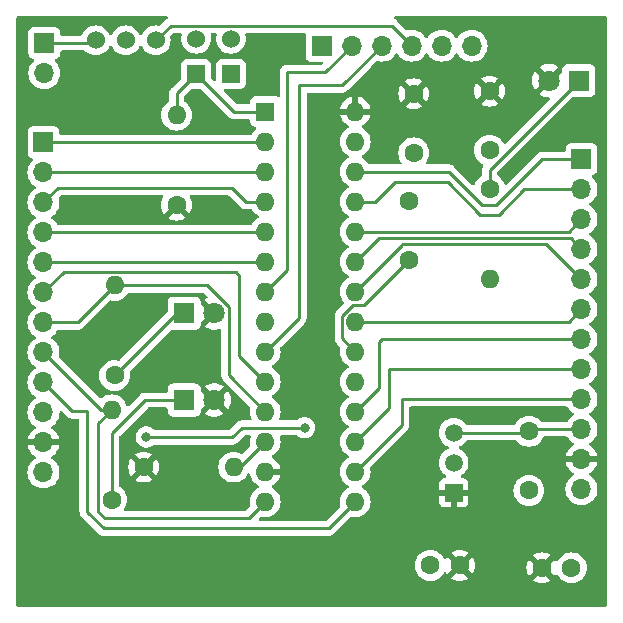
<source format=gbr>
%TF.GenerationSoftware,KiCad,Pcbnew,7.0.1*%
%TF.CreationDate,2023-05-23T13:55:39-05:00*%
%TF.ProjectId,HW4_Design,4857345f-4465-4736-9967-6e2e6b696361,rev?*%
%TF.SameCoordinates,Original*%
%TF.FileFunction,Copper,L1,Top*%
%TF.FilePolarity,Positive*%
%FSLAX46Y46*%
G04 Gerber Fmt 4.6, Leading zero omitted, Abs format (unit mm)*
G04 Created by KiCad (PCBNEW 7.0.1) date 2023-05-23 13:55:39*
%MOMM*%
%LPD*%
G01*
G04 APERTURE LIST*
%TA.AperFunction,ComponentPad*%
%ADD10R,1.500000X1.500000*%
%TD*%
%TA.AperFunction,ComponentPad*%
%ADD11C,1.500000*%
%TD*%
%TA.AperFunction,ComponentPad*%
%ADD12R,1.600000X1.600000*%
%TD*%
%TA.AperFunction,ComponentPad*%
%ADD13O,1.600000X1.600000*%
%TD*%
%TA.AperFunction,ComponentPad*%
%ADD14C,1.524000*%
%TD*%
%TA.AperFunction,ComponentPad*%
%ADD15R,1.524000X1.524000*%
%TD*%
%TA.AperFunction,ComponentPad*%
%ADD16C,1.600000*%
%TD*%
%TA.AperFunction,ComponentPad*%
%ADD17R,1.700000X1.700000*%
%TD*%
%TA.AperFunction,ComponentPad*%
%ADD18O,1.700000X1.700000*%
%TD*%
%TA.AperFunction,ComponentPad*%
%ADD19R,1.800000X1.800000*%
%TD*%
%TA.AperFunction,ComponentPad*%
%ADD20C,1.800000*%
%TD*%
%TA.AperFunction,ViaPad*%
%ADD21C,0.800000*%
%TD*%
%TA.AperFunction,Conductor*%
%ADD22C,0.250000*%
%TD*%
G04 APERTURE END LIST*
D10*
%TO.P,U2,1,VO*%
%TO.N,+3.3V*%
X147025000Y-100350000D03*
D11*
%TO.P,U2,2,GND*%
%TO.N,GND*%
X147025000Y-97810000D03*
%TO.P,U2,3,VI*%
%TO.N,/Vin*%
X147025000Y-95270000D03*
%TD*%
D12*
%TO.P,U1,1,~{MCLR}*%
%TO.N,/MCLR*%
X131080000Y-68090000D03*
D13*
%TO.P,U1,2,A0*%
%TO.N,/A0*%
X131080000Y-70630000D03*
%TO.P,U1,3,A1*%
%TO.N,/A1*%
X131080000Y-73170000D03*
%TO.P,U1,4,B0*%
%TO.N,/B0*%
X131080000Y-75710000D03*
%TO.P,U1,5,B1*%
%TO.N,/B1*%
X131080000Y-78250000D03*
%TO.P,U1,6,B2*%
%TO.N,/B2*%
X131080000Y-80790000D03*
%TO.P,U1,7,B3*%
%TO.N,/U1TX*%
X131080000Y-83330000D03*
%TO.P,U1,8,Vss*%
%TO.N,GND*%
X131080000Y-85870000D03*
%TO.P,U1,9,A2*%
%TO.N,/U1RX*%
X131080000Y-88410000D03*
%TO.P,U1,10,A3*%
%TO.N,/A3*%
X131080000Y-90950000D03*
%TO.P,U1,11,B4*%
%TO.N,/GREEN*%
X131080000Y-93490000D03*
%TO.P,U1,12,A4*%
%TO.N,/USER*%
X131080000Y-96030000D03*
%TO.P,U1,13,Vdd*%
%TO.N,+3.3V*%
X131080000Y-98570000D03*
%TO.P,U1,14,B5*%
%TO.N,/YELLOW*%
X131080000Y-101110000D03*
%TO.P,U1,15,B6*%
%TO.N,/B6*%
X138700000Y-101110000D03*
%TO.P,U1,16,B7*%
%TO.N,/B7*%
X138700000Y-98570000D03*
%TO.P,U1,17,B8*%
%TO.N,/B8*%
X138700000Y-96030000D03*
%TO.P,U1,18,B9*%
%TO.N,/B9*%
X138700000Y-93490000D03*
%TO.P,U1,19,Vss*%
%TO.N,GND*%
X138700000Y-90950000D03*
%TO.P,U1,20,Vcap*%
%TO.N,Net-(U1-Vcap)*%
X138700000Y-88410000D03*
%TO.P,U1,21,B10*%
%TO.N,/B10*%
X138700000Y-85870000D03*
%TO.P,U1,22,B11*%
%TO.N,/B11*%
X138700000Y-83330000D03*
%TO.P,U1,23,B12*%
%TO.N,/B12*%
X138700000Y-80790000D03*
%TO.P,U1,24,B13*%
%TO.N,/B13*%
X138700000Y-78250000D03*
%TO.P,U1,25,B14*%
%TO.N,/B14*%
X138700000Y-75710000D03*
%TO.P,U1,26,B15*%
%TO.N,/B15*%
X138700000Y-73170000D03*
%TO.P,U1,27,AVss*%
%TO.N,GND*%
X138700000Y-70630000D03*
%TO.P,U1,28,AVdd*%
%TO.N,+3.3V*%
X138700000Y-68090000D03*
%TD*%
D14*
%TO.P,SW3,1,A*%
%TO.N,+5V*%
X121805000Y-62050000D03*
%TO.P,SW3,2,B*%
%TO.N,/Vin*%
X119265000Y-62050000D03*
%TO.P,SW3,3,C*%
%TO.N,Net-(J4-Pin_1)*%
X116725000Y-62050000D03*
%TD*%
%TO.P,SW2,1,1*%
%TO.N,GND*%
X128175000Y-61900000D03*
D15*
%TO.P,SW2,2,2*%
%TO.N,/USER*%
X128175000Y-64900000D03*
%TD*%
D14*
%TO.P,SW1,1,1*%
%TO.N,GND*%
X125225000Y-61900000D03*
D15*
%TO.P,SW1,2,2*%
%TO.N,/MCLR*%
X125225000Y-64900000D03*
%TD*%
D16*
%TO.P,R5,1*%
%TO.N,Net-(D3-K)*%
X118075000Y-100950000D03*
D13*
%TO.P,R5,2*%
%TO.N,/YELLOW*%
X118075000Y-93330000D03*
%TD*%
D16*
%TO.P,R4,1*%
%TO.N,Net-(D2-K)*%
X118325000Y-90425000D03*
D13*
%TO.P,R4,2*%
%TO.N,/GREEN*%
X118325000Y-82805000D03*
%TD*%
D16*
%TO.P,R3,1*%
%TO.N,+3.3V*%
X120790000Y-98175000D03*
D13*
%TO.P,R3,2*%
%TO.N,/USER*%
X128410000Y-98175000D03*
%TD*%
D16*
%TO.P,R2,1*%
%TO.N,+3.3V*%
X123575000Y-76000000D03*
D13*
%TO.P,R2,2*%
%TO.N,/MCLR*%
X123575000Y-68380000D03*
%TD*%
D16*
%TO.P,R1,1*%
%TO.N,Net-(D1-K)*%
X150075000Y-74600000D03*
D13*
%TO.P,R1,2*%
%TO.N,GND*%
X150075000Y-82220000D03*
%TD*%
D17*
%TO.P,J4,1,Pin_1*%
%TO.N,Net-(J4-Pin_1)*%
X112375000Y-62275000D03*
D18*
%TO.P,J4,2,Pin_2*%
%TO.N,GND*%
X112375000Y-64815000D03*
%TD*%
D17*
%TO.P,J3,1,Pin_1*%
%TO.N,unconnected-(J3-Pin_1-Pad1)*%
X135850000Y-62500000D03*
D18*
%TO.P,J3,2,Pin_2*%
%TO.N,/U1TX*%
X138390000Y-62500000D03*
%TO.P,J3,3,Pin_3*%
%TO.N,/U1RX*%
X140930000Y-62500000D03*
%TO.P,J3,4,Pin_4*%
%TO.N,+5V*%
X143470000Y-62500000D03*
%TO.P,J3,5,Pin_5*%
%TO.N,unconnected-(J3-Pin_5-Pad5)*%
X146010000Y-62500000D03*
%TO.P,J3,6,Pin_6*%
%TO.N,GND*%
X148550000Y-62500000D03*
%TD*%
D17*
%TO.P,J2,1,Pin_1*%
%TO.N,/B15*%
X157850000Y-72105000D03*
D18*
%TO.P,J2,2,Pin_2*%
%TO.N,/B14*%
X157850000Y-74645000D03*
%TO.P,J2,3,Pin_3*%
%TO.N,/B13*%
X157850000Y-77185000D03*
%TO.P,J2,4,Pin_4*%
%TO.N,/B12*%
X157850000Y-79725000D03*
%TO.P,J2,5,Pin_5*%
%TO.N,/B11*%
X157850000Y-82265000D03*
%TO.P,J2,6,Pin_6*%
%TO.N,/B10*%
X157850000Y-84805000D03*
%TO.P,J2,7,Pin_7*%
%TO.N,/B9*%
X157850000Y-87345000D03*
%TO.P,J2,8,Pin_8*%
%TO.N,/B8*%
X157850000Y-89885000D03*
%TO.P,J2,9,Pin_9*%
%TO.N,/B7*%
X157850000Y-92425000D03*
%TO.P,J2,10,Pin_10*%
%TO.N,/Vin*%
X157850000Y-94965000D03*
%TO.P,J2,11,Pin_11*%
%TO.N,+3.3V*%
X157850000Y-97505000D03*
%TO.P,J2,12,Pin_12*%
%TO.N,GND*%
X157850000Y-100045000D03*
%TD*%
D17*
%TO.P,J1,1,Pin_1*%
%TO.N,/A0*%
X112300000Y-70685000D03*
D18*
%TO.P,J1,2,Pin_2*%
%TO.N,/A1*%
X112300000Y-73225000D03*
%TO.P,J1,3,Pin_3*%
%TO.N,/B0*%
X112300000Y-75765000D03*
%TO.P,J1,4,Pin_4*%
%TO.N,/B1*%
X112300000Y-78305000D03*
%TO.P,J1,5,Pin_5*%
%TO.N,/B2*%
X112300000Y-80845000D03*
%TO.P,J1,6,Pin_6*%
%TO.N,/A3*%
X112300000Y-83385000D03*
%TO.P,J1,7,Pin_7*%
%TO.N,/GREEN*%
X112300000Y-85925000D03*
%TO.P,J1,8,Pin_8*%
%TO.N,/YELLOW*%
X112300000Y-88465000D03*
%TO.P,J1,9,Pin_9*%
%TO.N,/B6*%
X112300000Y-91005000D03*
%TO.P,J1,10,Pin_10*%
%TO.N,/Vin*%
X112300000Y-93545000D03*
%TO.P,J1,11,Pin_11*%
%TO.N,+3.3V*%
X112300000Y-96085000D03*
%TO.P,J1,12,Pin_12*%
%TO.N,GND*%
X112300000Y-98625000D03*
%TD*%
D19*
%TO.P,D3,1,K*%
%TO.N,Net-(D3-K)*%
X124210000Y-92500000D03*
D20*
%TO.P,D3,2,A*%
%TO.N,+3.3V*%
X126750000Y-92500000D03*
%TD*%
D19*
%TO.P,D2,1,K*%
%TO.N,Net-(D2-K)*%
X124225000Y-85150000D03*
D20*
%TO.P,D2,2,A*%
%TO.N,+3.3V*%
X126765000Y-85150000D03*
%TD*%
D19*
%TO.P,D1,1,K*%
%TO.N,Net-(D1-K)*%
X157625000Y-65450000D03*
D20*
%TO.P,D1,2,A*%
%TO.N,+3.3V*%
X155085000Y-65450000D03*
%TD*%
D16*
%TO.P,C6,1*%
%TO.N,+3.3V*%
X147550000Y-106500000D03*
%TO.P,C6,2*%
%TO.N,GND*%
X145050000Y-106500000D03*
%TD*%
%TO.P,C5,1*%
%TO.N,Net-(U1-Vcap)*%
X143275000Y-80625000D03*
%TO.P,C5,2*%
%TO.N,GND*%
X143275000Y-75625000D03*
%TD*%
%TO.P,C4,1*%
%TO.N,+3.3V*%
X154500000Y-106700000D03*
%TO.P,C4,2*%
%TO.N,GND*%
X157000000Y-106700000D03*
%TD*%
%TO.P,C3,1*%
%TO.N,/Vin*%
X153400000Y-95150000D03*
%TO.P,C3,2*%
%TO.N,GND*%
X153400000Y-100150000D03*
%TD*%
%TO.P,C2,1*%
%TO.N,+3.3V*%
X150075000Y-66350000D03*
%TO.P,C2,2*%
%TO.N,GND*%
X150075000Y-71350000D03*
%TD*%
%TO.P,C1,1*%
%TO.N,+3.3V*%
X143650000Y-66575000D03*
%TO.P,C1,2*%
%TO.N,GND*%
X143650000Y-71575000D03*
%TD*%
D21*
%TO.N,/Vin*%
X121000000Y-95625000D03*
X134400000Y-94850000D03*
%TD*%
D22*
%TO.N,/Vin*%
X128300000Y-95650000D02*
X121025000Y-95650000D01*
X134400000Y-94850000D02*
X129100000Y-94850000D01*
X121025000Y-95650000D02*
X121000000Y-95625000D01*
X129100000Y-94850000D02*
X128300000Y-95650000D01*
%TO.N,/A3*%
X128875000Y-81975000D02*
X128580000Y-81680000D01*
X128875000Y-88745000D02*
X128875000Y-81975000D01*
X131080000Y-90950000D02*
X128875000Y-88745000D01*
X128580000Y-81680000D02*
X114005000Y-81680000D01*
X114005000Y-81680000D02*
X112300000Y-83385000D01*
%TO.N,/GREEN*%
X126152412Y-82805000D02*
X118325000Y-82805000D01*
X127990000Y-84642588D02*
X126152412Y-82805000D01*
X127990000Y-90400000D02*
X127990000Y-84642588D01*
X131080000Y-93490000D02*
X127990000Y-90400000D01*
%TO.N,/U1RX*%
X133950000Y-85540000D02*
X131080000Y-88410000D01*
X133950000Y-65850000D02*
X133950000Y-85540000D01*
X137580000Y-65850000D02*
X133950000Y-65850000D01*
X140930000Y-62500000D02*
X137580000Y-65850000D01*
%TO.N,/U1TX*%
X132950000Y-81460000D02*
X131080000Y-83330000D01*
X136165000Y-64725000D02*
X132950000Y-64725000D01*
X132950000Y-64725000D02*
X132950000Y-81460000D01*
X138390000Y-62500000D02*
X136165000Y-64725000D01*
%TO.N,/B6*%
X115975000Y-93450000D02*
X114745000Y-93450000D01*
X115975000Y-101950000D02*
X115975000Y-93450000D01*
X117400000Y-103375000D02*
X115975000Y-101950000D01*
X136435000Y-103375000D02*
X117400000Y-103375000D01*
X138700000Y-101110000D02*
X136435000Y-103375000D01*
X114745000Y-93450000D02*
X112300000Y-91005000D01*
%TO.N,/USER*%
X128935000Y-98175000D02*
X128410000Y-98175000D01*
X131080000Y-96030000D02*
X128935000Y-98175000D01*
%TO.N,/B7*%
X142625000Y-92425000D02*
X157850000Y-92425000D01*
X142625000Y-94645000D02*
X142625000Y-92425000D01*
X138700000Y-98570000D02*
X142625000Y-94645000D01*
%TO.N,/B8*%
X141550000Y-89900000D02*
X141565000Y-89885000D01*
X141565000Y-89885000D02*
X157850000Y-89885000D01*
X141550000Y-93180000D02*
X141550000Y-89900000D01*
X138700000Y-96030000D02*
X141550000Y-93180000D01*
%TO.N,/B9*%
X140725000Y-87575000D02*
X140955000Y-87345000D01*
X140955000Y-87345000D02*
X157850000Y-87345000D01*
X140725000Y-91465000D02*
X140725000Y-87575000D01*
X138700000Y-93490000D02*
X140725000Y-91465000D01*
%TO.N,/B10*%
X156785000Y-85870000D02*
X157850000Y-84805000D01*
X138700000Y-85870000D02*
X156785000Y-85870000D01*
%TO.N,Net-(U1-Vcap)*%
X139425000Y-84475000D02*
X143275000Y-80625000D01*
X138504009Y-84475000D02*
X139425000Y-84475000D01*
X137575000Y-85404009D02*
X138504009Y-84475000D01*
X137575000Y-87285000D02*
X137575000Y-85404009D01*
X138700000Y-88410000D02*
X137575000Y-87285000D01*
%TO.N,/Vin*%
X147025000Y-95270000D02*
X153280000Y-95270000D01*
X153280000Y-95270000D02*
X153400000Y-95150000D01*
X153585000Y-94965000D02*
X153400000Y-95150000D01*
X157850000Y-94965000D02*
X153585000Y-94965000D01*
%TO.N,/B13*%
X138700000Y-78250000D02*
X156785000Y-78250000D01*
X156785000Y-78250000D02*
X157850000Y-77185000D01*
%TO.N,/B12*%
X156950000Y-78825000D02*
X157850000Y-79725000D01*
X140665000Y-78825000D02*
X156950000Y-78825000D01*
X138700000Y-80790000D02*
X140665000Y-78825000D01*
%TO.N,/B11*%
X142675000Y-79275000D02*
X142675000Y-79355000D01*
X142675000Y-79355000D02*
X138700000Y-83330000D01*
X154860000Y-79275000D02*
X142675000Y-79275000D01*
X157850000Y-82265000D02*
X154860000Y-79275000D01*
%TO.N,/B14*%
X146550000Y-74050000D02*
X142025000Y-74050000D01*
X150850000Y-76800000D02*
X149300000Y-76800000D01*
X140365000Y-75710000D02*
X138700000Y-75710000D01*
X153005000Y-74645000D02*
X150850000Y-76800000D01*
X157850000Y-74645000D02*
X153005000Y-74645000D01*
X149300000Y-76800000D02*
X146550000Y-74050000D01*
X142025000Y-74050000D02*
X140365000Y-75710000D01*
%TO.N,/B15*%
X150625000Y-76025000D02*
X154545000Y-72105000D01*
X149450000Y-76025000D02*
X150625000Y-76025000D01*
X146595000Y-73170000D02*
X149450000Y-76025000D01*
X154545000Y-72105000D02*
X157850000Y-72105000D01*
X138700000Y-73170000D02*
X146595000Y-73170000D01*
%TO.N,Net-(D1-K)*%
X150075000Y-73000000D02*
X157625000Y-65450000D01*
X150075000Y-74600000D02*
X150075000Y-73000000D01*
%TO.N,/MCLR*%
X128415000Y-68090000D02*
X125225000Y-64900000D01*
X131080000Y-68090000D02*
X128415000Y-68090000D01*
X123575000Y-66550000D02*
X125225000Y-64900000D01*
X123575000Y-68380000D02*
X123575000Y-66550000D01*
%TO.N,+5V*%
X141770000Y-60800000D02*
X143470000Y-62500000D01*
X121805000Y-62050000D02*
X123055000Y-60800000D01*
X123055000Y-60800000D02*
X141770000Y-60800000D01*
%TO.N,Net-(J4-Pin_1)*%
X116500000Y-62275000D02*
X116725000Y-62050000D01*
X112375000Y-62275000D02*
X116500000Y-62275000D01*
%TO.N,Net-(D3-K)*%
X118075000Y-95325000D02*
X118075000Y-100950000D01*
X124210000Y-92500000D02*
X120900000Y-92500000D01*
X120900000Y-92500000D02*
X118075000Y-95325000D01*
%TO.N,/YELLOW*%
X129690000Y-102500000D02*
X131080000Y-101110000D01*
X117475000Y-102500000D02*
X129690000Y-102500000D01*
X116950000Y-101975000D02*
X117475000Y-102500000D01*
X116950000Y-94455000D02*
X116950000Y-101975000D01*
X118075000Y-93330000D02*
X116950000Y-94455000D01*
%TO.N,Net-(D2-K)*%
X123600000Y-85150000D02*
X124225000Y-85150000D01*
X118325000Y-90425000D02*
X123600000Y-85150000D01*
%TO.N,/YELLOW*%
X117165000Y-93330000D02*
X118075000Y-93330000D01*
X112300000Y-88465000D02*
X117165000Y-93330000D01*
%TO.N,/GREEN*%
X115205000Y-85925000D02*
X118325000Y-82805000D01*
X112300000Y-85925000D02*
X115205000Y-85925000D01*
%TO.N,/B2*%
X112300000Y-80845000D02*
X131025000Y-80845000D01*
X131025000Y-80845000D02*
X131080000Y-80790000D01*
%TO.N,/B1*%
X131025000Y-78305000D02*
X131080000Y-78250000D01*
X112300000Y-78305000D02*
X131025000Y-78305000D01*
%TO.N,/B0*%
X129410000Y-75710000D02*
X131080000Y-75710000D01*
X128225000Y-74525000D02*
X129410000Y-75710000D01*
X113540000Y-74525000D02*
X128225000Y-74525000D01*
X112300000Y-75765000D02*
X113540000Y-74525000D01*
%TO.N,/A1*%
X131025000Y-73225000D02*
X131080000Y-73170000D01*
X112300000Y-73225000D02*
X131025000Y-73225000D01*
%TO.N,/A0*%
X112300000Y-70685000D02*
X131025000Y-70685000D01*
X131025000Y-70685000D02*
X131080000Y-70630000D01*
%TD*%
%TA.AperFunction,Conductor*%
%TO.N,+3.3V*%
G36*
X122786646Y-60017005D02*
G01*
X122832003Y-60062126D01*
X122848831Y-60123851D01*
X122832650Y-60185749D01*
X122787767Y-60231342D01*
X122787183Y-60231686D01*
X122769904Y-60240133D01*
X122751267Y-60247512D01*
X122715931Y-60273185D01*
X122706174Y-60279595D01*
X122668580Y-60301829D01*
X122654413Y-60315996D01*
X122639624Y-60328626D01*
X122623413Y-60340404D01*
X122595572Y-60374058D01*
X122587711Y-60382697D01*
X122188795Y-60781613D01*
X122133208Y-60813707D01*
X122069021Y-60813707D01*
X122025068Y-60801930D01*
X122025067Y-60801929D01*
X122025064Y-60801929D01*
X121804999Y-60782676D01*
X121584934Y-60801929D01*
X121371548Y-60859106D01*
X121171338Y-60952466D01*
X120990379Y-61079174D01*
X120834174Y-61235379D01*
X120707466Y-61416338D01*
X120647382Y-61545189D01*
X120601625Y-61597365D01*
X120535000Y-61616784D01*
X120468375Y-61597365D01*
X120422618Y-61545189D01*
X120405744Y-61509004D01*
X120362534Y-61416339D01*
X120235826Y-61235380D01*
X120079620Y-61079174D01*
X119898662Y-60952466D01*
X119838691Y-60924501D01*
X119698451Y-60859106D01*
X119485065Y-60801929D01*
X119265000Y-60782676D01*
X119044934Y-60801929D01*
X118831548Y-60859106D01*
X118631338Y-60952466D01*
X118450379Y-61079174D01*
X118294174Y-61235379D01*
X118167466Y-61416338D01*
X118107382Y-61545189D01*
X118061625Y-61597365D01*
X117995000Y-61616784D01*
X117928375Y-61597365D01*
X117882618Y-61545189D01*
X117865744Y-61509004D01*
X117822534Y-61416339D01*
X117695826Y-61235380D01*
X117539620Y-61079174D01*
X117358662Y-60952466D01*
X117298691Y-60924501D01*
X117158451Y-60859106D01*
X116945065Y-60801929D01*
X116725000Y-60782676D01*
X116504934Y-60801929D01*
X116291548Y-60859106D01*
X116091338Y-60952466D01*
X115910379Y-61079174D01*
X115754174Y-61235379D01*
X115627466Y-61416338D01*
X115552126Y-61577905D01*
X115506369Y-61630081D01*
X115439744Y-61649500D01*
X113849499Y-61649500D01*
X113787499Y-61632887D01*
X113742112Y-61587500D01*
X113725499Y-61525500D01*
X113725499Y-61377130D01*
X113725499Y-61377127D01*
X113719091Y-61317517D01*
X113668796Y-61182669D01*
X113582546Y-61067454D01*
X113467331Y-60981204D01*
X113332483Y-60930909D01*
X113272873Y-60924500D01*
X113272869Y-60924500D01*
X111477130Y-60924500D01*
X111417515Y-60930909D01*
X111282669Y-60981204D01*
X111167454Y-61067454D01*
X111081204Y-61182668D01*
X111030909Y-61317516D01*
X111024500Y-61377130D01*
X111024500Y-63172869D01*
X111030909Y-63232484D01*
X111034046Y-63240894D01*
X111081204Y-63367331D01*
X111167454Y-63482546D01*
X111282669Y-63568796D01*
X111394907Y-63610658D01*
X111414082Y-63617810D01*
X111464462Y-63652789D01*
X111491915Y-63707634D01*
X111489726Y-63768926D01*
X111458431Y-63821673D01*
X111336503Y-63943601D01*
X111200965Y-64137170D01*
X111101097Y-64351336D01*
X111039936Y-64579592D01*
X111019340Y-64814999D01*
X111039936Y-65050407D01*
X111076853Y-65188181D01*
X111101097Y-65278663D01*
X111200965Y-65492830D01*
X111336505Y-65686401D01*
X111503599Y-65853495D01*
X111697170Y-65989035D01*
X111911337Y-66088903D01*
X112139592Y-66150063D01*
X112375000Y-66170659D01*
X112610408Y-66150063D01*
X112838663Y-66088903D01*
X113052830Y-65989035D01*
X113246401Y-65853495D01*
X113413495Y-65686401D01*
X113549035Y-65492830D01*
X113648903Y-65278663D01*
X113710063Y-65050408D01*
X113730659Y-64815000D01*
X113727718Y-64781390D01*
X113710063Y-64579592D01*
X113648903Y-64351337D01*
X113549035Y-64137171D01*
X113413495Y-63943599D01*
X113291569Y-63821673D01*
X113260273Y-63768927D01*
X113258084Y-63707634D01*
X113285537Y-63652789D01*
X113335916Y-63617810D01*
X113467331Y-63568796D01*
X113582546Y-63482546D01*
X113668796Y-63367331D01*
X113719091Y-63232483D01*
X113725500Y-63172873D01*
X113725500Y-63024500D01*
X113742113Y-62962500D01*
X113787500Y-62917113D01*
X113849500Y-62900500D01*
X115738692Y-62900500D01*
X115786145Y-62909939D01*
X115826373Y-62936819D01*
X115910380Y-63020826D01*
X116091338Y-63147534D01*
X116291550Y-63240894D01*
X116504932Y-63298070D01*
X116725000Y-63317323D01*
X116945068Y-63298070D01*
X117158450Y-63240894D01*
X117358662Y-63147534D01*
X117539620Y-63020826D01*
X117695826Y-62864620D01*
X117822534Y-62683662D01*
X117882617Y-62554811D01*
X117928375Y-62502635D01*
X117995000Y-62483216D01*
X118061625Y-62502635D01*
X118107382Y-62554811D01*
X118167466Y-62683662D01*
X118294174Y-62864620D01*
X118450380Y-63020826D01*
X118631338Y-63147534D01*
X118831550Y-63240894D01*
X119044932Y-63298070D01*
X119265000Y-63317323D01*
X119485068Y-63298070D01*
X119698450Y-63240894D01*
X119898662Y-63147534D01*
X120079620Y-63020826D01*
X120235826Y-62864620D01*
X120362534Y-62683662D01*
X120422617Y-62554811D01*
X120468375Y-62502635D01*
X120535000Y-62483216D01*
X120601625Y-62502635D01*
X120647382Y-62554811D01*
X120707466Y-62683662D01*
X120834174Y-62864620D01*
X120990380Y-63020826D01*
X121171338Y-63147534D01*
X121371550Y-63240894D01*
X121584932Y-63298070D01*
X121805000Y-63317323D01*
X122025068Y-63298070D01*
X122238450Y-63240894D01*
X122438662Y-63147534D01*
X122619620Y-63020826D01*
X122775826Y-62864620D01*
X122902534Y-62683662D01*
X122995894Y-62483450D01*
X123053070Y-62270068D01*
X123072323Y-62050000D01*
X123053070Y-61829932D01*
X123053070Y-61829930D01*
X123041293Y-61785979D01*
X123041292Y-61721791D01*
X123073383Y-61666207D01*
X123277774Y-61461816D01*
X123318001Y-61434939D01*
X123365453Y-61425500D01*
X123883505Y-61425500D01*
X123938349Y-61438288D01*
X123981881Y-61474014D01*
X124005122Y-61525309D01*
X124003280Y-61581594D01*
X123976929Y-61679934D01*
X123957676Y-61900000D01*
X123976929Y-62120065D01*
X124017122Y-62270068D01*
X124034106Y-62333450D01*
X124127466Y-62533662D01*
X124254174Y-62714620D01*
X124410380Y-62870826D01*
X124591338Y-62997534D01*
X124791550Y-63090894D01*
X125004932Y-63148070D01*
X125225000Y-63167323D01*
X125445068Y-63148070D01*
X125658450Y-63090894D01*
X125858662Y-62997534D01*
X126039620Y-62870826D01*
X126195826Y-62714620D01*
X126322534Y-62533662D01*
X126415894Y-62333450D01*
X126473070Y-62120068D01*
X126492323Y-61900000D01*
X126473070Y-61679932D01*
X126446719Y-61581593D01*
X126444878Y-61525309D01*
X126468119Y-61474014D01*
X126511651Y-61438288D01*
X126566495Y-61425500D01*
X126833505Y-61425500D01*
X126888349Y-61438288D01*
X126931881Y-61474014D01*
X126955122Y-61525309D01*
X126953280Y-61581594D01*
X126926929Y-61679934D01*
X126907676Y-61900000D01*
X126926929Y-62120065D01*
X126967122Y-62270068D01*
X126984106Y-62333450D01*
X127077466Y-62533662D01*
X127204174Y-62714620D01*
X127360380Y-62870826D01*
X127541338Y-62997534D01*
X127741550Y-63090894D01*
X127954932Y-63148070D01*
X128175000Y-63167323D01*
X128395068Y-63148070D01*
X128608450Y-63090894D01*
X128808662Y-62997534D01*
X128989620Y-62870826D01*
X129145826Y-62714620D01*
X129272534Y-62533662D01*
X129365894Y-62333450D01*
X129423070Y-62120068D01*
X129442323Y-61900000D01*
X129423070Y-61679932D01*
X129396719Y-61581593D01*
X129394878Y-61525309D01*
X129418119Y-61474014D01*
X129461651Y-61438288D01*
X129516495Y-61425500D01*
X134380443Y-61425500D01*
X134446236Y-61444394D01*
X134491979Y-61495318D01*
X134503733Y-61562754D01*
X134499500Y-61602129D01*
X134499500Y-63397869D01*
X134505909Y-63457484D01*
X134515257Y-63482546D01*
X134556204Y-63592331D01*
X134642454Y-63707546D01*
X134757669Y-63793796D01*
X134892517Y-63844091D01*
X134952127Y-63850500D01*
X135855548Y-63850499D01*
X135911831Y-63864009D01*
X135955850Y-63901594D01*
X135978015Y-63955064D01*
X135973493Y-64012770D01*
X135943272Y-64062136D01*
X135942272Y-64063137D01*
X135902028Y-64090049D01*
X135854547Y-64099500D01*
X133020849Y-64099500D01*
X132997615Y-64097304D01*
X132989587Y-64095772D01*
X132934241Y-64099255D01*
X132926455Y-64099500D01*
X132910650Y-64099500D01*
X132894957Y-64101481D01*
X132887215Y-64102212D01*
X132831862Y-64105695D01*
X132824085Y-64108222D01*
X132801322Y-64113310D01*
X132793210Y-64114335D01*
X132741619Y-64134760D01*
X132734296Y-64137396D01*
X132681559Y-64154532D01*
X132674656Y-64158913D01*
X132653876Y-64169501D01*
X132646268Y-64172513D01*
X132601389Y-64205119D01*
X132594952Y-64209494D01*
X132548120Y-64239215D01*
X132542528Y-64245171D01*
X132525031Y-64260597D01*
X132518412Y-64265406D01*
X132483053Y-64308146D01*
X132477905Y-64313986D01*
X132439938Y-64354417D01*
X132435997Y-64361586D01*
X132422886Y-64380878D01*
X132417675Y-64387176D01*
X132394060Y-64437360D01*
X132390526Y-64444296D01*
X132363802Y-64492908D01*
X132361770Y-64500823D01*
X132353868Y-64522774D01*
X132350385Y-64530174D01*
X132339993Y-64584650D01*
X132338295Y-64592247D01*
X132324500Y-64645980D01*
X132324500Y-64654151D01*
X132322304Y-64677385D01*
X132320772Y-64685412D01*
X132324255Y-64740759D01*
X132324500Y-64748545D01*
X132324500Y-66749826D01*
X132305995Y-66814993D01*
X132256004Y-66860710D01*
X132189447Y-66873332D01*
X132126189Y-66849092D01*
X132122333Y-66846205D01*
X132122331Y-66846204D01*
X131987483Y-66795909D01*
X131927873Y-66789500D01*
X131927869Y-66789500D01*
X130232130Y-66789500D01*
X130172515Y-66795909D01*
X130037669Y-66846204D01*
X129922454Y-66932454D01*
X129836204Y-67047668D01*
X129792139Y-67165812D01*
X129785909Y-67182517D01*
X129781075Y-67227484D01*
X129779500Y-67242131D01*
X129779500Y-67340500D01*
X129762887Y-67402500D01*
X129717500Y-67447887D01*
X129655500Y-67464500D01*
X128725453Y-67464500D01*
X128678000Y-67455061D01*
X128637772Y-67428181D01*
X127583771Y-66374180D01*
X127553521Y-66324817D01*
X127548979Y-66267101D01*
X127571134Y-66213614D01*
X127615157Y-66176014D01*
X127671452Y-66162499D01*
X128984870Y-66162499D01*
X128984872Y-66162499D01*
X129044483Y-66156091D01*
X129179331Y-66105796D01*
X129294546Y-66019546D01*
X129380796Y-65904331D01*
X129431091Y-65769483D01*
X129437500Y-65709873D01*
X129437499Y-64090128D01*
X129431091Y-64030517D01*
X129380796Y-63895669D01*
X129294546Y-63780454D01*
X129179331Y-63694204D01*
X129044483Y-63643909D01*
X128984873Y-63637500D01*
X128984869Y-63637500D01*
X127365130Y-63637500D01*
X127305515Y-63643909D01*
X127170669Y-63694204D01*
X127055454Y-63780454D01*
X126969204Y-63895668D01*
X126918909Y-64030515D01*
X126918909Y-64030517D01*
X126912509Y-64090049D01*
X126912500Y-64090131D01*
X126912500Y-65403547D01*
X126898985Y-65459842D01*
X126861385Y-65503865D01*
X126807898Y-65526020D01*
X126750182Y-65521478D01*
X126700819Y-65491228D01*
X126523818Y-65314227D01*
X126496938Y-65273999D01*
X126487499Y-65226546D01*
X126487499Y-64090130D01*
X126487499Y-64090127D01*
X126481091Y-64030517D01*
X126430796Y-63895669D01*
X126344546Y-63780454D01*
X126229331Y-63694204D01*
X126094483Y-63643909D01*
X126034873Y-63637500D01*
X126034869Y-63637500D01*
X124415130Y-63637500D01*
X124355515Y-63643909D01*
X124220669Y-63694204D01*
X124105454Y-63780454D01*
X124019204Y-63895668D01*
X123968909Y-64030515D01*
X123968909Y-64030517D01*
X123962509Y-64090049D01*
X123962500Y-64090131D01*
X123962500Y-65226546D01*
X123953061Y-65273999D01*
X123926181Y-65314227D01*
X123191208Y-66049199D01*
X123175110Y-66062096D01*
X123127096Y-66113225D01*
X123124391Y-66116017D01*
X123104874Y-66135534D01*
X123102415Y-66138705D01*
X123094842Y-66147572D01*
X123064935Y-66179420D01*
X123055285Y-66196974D01*
X123044609Y-66213228D01*
X123032326Y-66229063D01*
X123014975Y-66269158D01*
X123009838Y-66279644D01*
X122988802Y-66317907D01*
X122983821Y-66337309D01*
X122977520Y-66355711D01*
X122969561Y-66374102D01*
X122962728Y-66417242D01*
X122960360Y-66428674D01*
X122949500Y-66470978D01*
X122949500Y-66491016D01*
X122947973Y-66510413D01*
X122944840Y-66530196D01*
X122948390Y-66567751D01*
X122948950Y-66573675D01*
X122949500Y-66585344D01*
X122949500Y-67165812D01*
X122935489Y-67223069D01*
X122896623Y-67267387D01*
X122735859Y-67379953D01*
X122574953Y-67540859D01*
X122444432Y-67727264D01*
X122348261Y-67933502D01*
X122289364Y-68153310D01*
X122269531Y-68380000D01*
X122289364Y-68606689D01*
X122348261Y-68826497D01*
X122444432Y-69032735D01*
X122574953Y-69219140D01*
X122735859Y-69380046D01*
X122922264Y-69510567D01*
X122922265Y-69510567D01*
X122922266Y-69510568D01*
X123128504Y-69606739D01*
X123348308Y-69665635D01*
X123575000Y-69685468D01*
X123801692Y-69665635D01*
X124021496Y-69606739D01*
X124227734Y-69510568D01*
X124414139Y-69380047D01*
X124575047Y-69219139D01*
X124705568Y-69032734D01*
X124801739Y-68826496D01*
X124860635Y-68606692D01*
X124880468Y-68380000D01*
X124860635Y-68153308D01*
X124801739Y-67933504D01*
X124705568Y-67727266D01*
X124690071Y-67705134D01*
X124575046Y-67540859D01*
X124414140Y-67379953D01*
X124253377Y-67267387D01*
X124214511Y-67223069D01*
X124200500Y-67165812D01*
X124200500Y-66860452D01*
X124209939Y-66812999D01*
X124236819Y-66772771D01*
X124810771Y-66198818D01*
X124850999Y-66171938D01*
X124898452Y-66162499D01*
X125551546Y-66162499D01*
X125598999Y-66171938D01*
X125639227Y-66198818D01*
X127914196Y-68473787D01*
X127927096Y-68489888D01*
X127978223Y-68537900D01*
X127981020Y-68540611D01*
X128000529Y-68560120D01*
X128003711Y-68562588D01*
X128012571Y-68570155D01*
X128044418Y-68600062D01*
X128061970Y-68609711D01*
X128078238Y-68620397D01*
X128094064Y-68632673D01*
X128134146Y-68650017D01*
X128144633Y-68655155D01*
X128182907Y-68676197D01*
X128191410Y-68678379D01*
X128202308Y-68681178D01*
X128220713Y-68687478D01*
X128239104Y-68695437D01*
X128282250Y-68702270D01*
X128293668Y-68704635D01*
X128335981Y-68715500D01*
X128356016Y-68715500D01*
X128375415Y-68717027D01*
X128395196Y-68720160D01*
X128438674Y-68716050D01*
X128450344Y-68715500D01*
X129655501Y-68715500D01*
X129717501Y-68732113D01*
X129762888Y-68777500D01*
X129779501Y-68839500D01*
X129779501Y-68937872D01*
X129785909Y-68997483D01*
X129836204Y-69132331D01*
X129922454Y-69247546D01*
X130037669Y-69333796D01*
X130172517Y-69384091D01*
X130207594Y-69387862D01*
X130263513Y-69408239D01*
X130303497Y-69452327D01*
X130318332Y-69509968D01*
X130304600Y-69567881D01*
X130265464Y-69612724D01*
X130240860Y-69629952D01*
X130079953Y-69790859D01*
X129949433Y-69977263D01*
X129949433Y-69977264D01*
X129949432Y-69977266D01*
X129944469Y-69987907D01*
X129898714Y-70040081D01*
X129832089Y-70059500D01*
X113774499Y-70059500D01*
X113712499Y-70042887D01*
X113667112Y-69997500D01*
X113650499Y-69935500D01*
X113650499Y-69787130D01*
X113650499Y-69787127D01*
X113644091Y-69727517D01*
X113593796Y-69592669D01*
X113507546Y-69477454D01*
X113392331Y-69391204D01*
X113257483Y-69340909D01*
X113197873Y-69334500D01*
X113197869Y-69334500D01*
X111402130Y-69334500D01*
X111342515Y-69340909D01*
X111207669Y-69391204D01*
X111092454Y-69477454D01*
X111006204Y-69592668D01*
X110955909Y-69727516D01*
X110949500Y-69787130D01*
X110949500Y-71582869D01*
X110955909Y-71642484D01*
X110972772Y-71687696D01*
X111006204Y-71777331D01*
X111092454Y-71892546D01*
X111207669Y-71978796D01*
X111297718Y-72012382D01*
X111339082Y-72027810D01*
X111389462Y-72062789D01*
X111416915Y-72117634D01*
X111414726Y-72178926D01*
X111383431Y-72231673D01*
X111261503Y-72353601D01*
X111125965Y-72547170D01*
X111026097Y-72761336D01*
X110964936Y-72989592D01*
X110944340Y-73225000D01*
X110964936Y-73460407D01*
X111004083Y-73606505D01*
X111026097Y-73688663D01*
X111125965Y-73902830D01*
X111261505Y-74096401D01*
X111428599Y-74263495D01*
X111614160Y-74393426D01*
X111653024Y-74437743D01*
X111667035Y-74495000D01*
X111653024Y-74552257D01*
X111614159Y-74596575D01*
X111428595Y-74726508D01*
X111261505Y-74893598D01*
X111125965Y-75087170D01*
X111026097Y-75301336D01*
X110964936Y-75529592D01*
X110944340Y-75764999D01*
X110964936Y-76000407D01*
X111000046Y-76131437D01*
X111026097Y-76228663D01*
X111125965Y-76442830D01*
X111261505Y-76636401D01*
X111428599Y-76803495D01*
X111614160Y-76933426D01*
X111653024Y-76977743D01*
X111667035Y-77035000D01*
X111653024Y-77092257D01*
X111614158Y-77136575D01*
X111438471Y-77259593D01*
X111428595Y-77266508D01*
X111261505Y-77433598D01*
X111125965Y-77627170D01*
X111026097Y-77841336D01*
X110964936Y-78069592D01*
X110944340Y-78305000D01*
X110964936Y-78540407D01*
X110988999Y-78630211D01*
X111026097Y-78768663D01*
X111125965Y-78982830D01*
X111261505Y-79176401D01*
X111428599Y-79343495D01*
X111614160Y-79473426D01*
X111653024Y-79517743D01*
X111667035Y-79575000D01*
X111653024Y-79632257D01*
X111614158Y-79676575D01*
X111529680Y-79735728D01*
X111428595Y-79806508D01*
X111261505Y-79973598D01*
X111125965Y-80167170D01*
X111026097Y-80381336D01*
X110964936Y-80609592D01*
X110944340Y-80845000D01*
X110964936Y-81080407D01*
X111004083Y-81226505D01*
X111026097Y-81308663D01*
X111125965Y-81522830D01*
X111261505Y-81716401D01*
X111428599Y-81883495D01*
X111614160Y-82013426D01*
X111653024Y-82057743D01*
X111667035Y-82115000D01*
X111653024Y-82172257D01*
X111614158Y-82216575D01*
X111435292Y-82341819D01*
X111428595Y-82346508D01*
X111261505Y-82513598D01*
X111125965Y-82707170D01*
X111026097Y-82921336D01*
X110964936Y-83149592D01*
X110944340Y-83384999D01*
X110964936Y-83620407D01*
X110991123Y-83718136D01*
X111026097Y-83848663D01*
X111125965Y-84062830D01*
X111261505Y-84256401D01*
X111428599Y-84423495D01*
X111614160Y-84553426D01*
X111653024Y-84597743D01*
X111667035Y-84655000D01*
X111653024Y-84712257D01*
X111614159Y-84756575D01*
X111428595Y-84886508D01*
X111261505Y-85053598D01*
X111125965Y-85247170D01*
X111026097Y-85461336D01*
X110964936Y-85689592D01*
X110944340Y-85924999D01*
X110964936Y-86160407D01*
X111000236Y-86292146D01*
X111026097Y-86388663D01*
X111125965Y-86602830D01*
X111261505Y-86796401D01*
X111428599Y-86963495D01*
X111614160Y-87093426D01*
X111653024Y-87137743D01*
X111667035Y-87195000D01*
X111653024Y-87252257D01*
X111614158Y-87296575D01*
X111489836Y-87383627D01*
X111428595Y-87426508D01*
X111261505Y-87593598D01*
X111125965Y-87787170D01*
X111026097Y-88001336D01*
X110964936Y-88229592D01*
X110944340Y-88464999D01*
X110964936Y-88700407D01*
X110991855Y-88800870D01*
X111026097Y-88928663D01*
X111125965Y-89142830D01*
X111261505Y-89336401D01*
X111428599Y-89503495D01*
X111614160Y-89633426D01*
X111653024Y-89677743D01*
X111667035Y-89735000D01*
X111653024Y-89792257D01*
X111614159Y-89836575D01*
X111428595Y-89966508D01*
X111261505Y-90133598D01*
X111125965Y-90327170D01*
X111026097Y-90541336D01*
X110964936Y-90769592D01*
X110944340Y-91005000D01*
X110964936Y-91240407D01*
X111000235Y-91372145D01*
X111026097Y-91468663D01*
X111125965Y-91682830D01*
X111261505Y-91876401D01*
X111428599Y-92043495D01*
X111614160Y-92173426D01*
X111653024Y-92217743D01*
X111667035Y-92275000D01*
X111653024Y-92332257D01*
X111614158Y-92376575D01*
X111547699Y-92423111D01*
X111428595Y-92506508D01*
X111261505Y-92673598D01*
X111125965Y-92867170D01*
X111026097Y-93081336D01*
X110964936Y-93309592D01*
X110944340Y-93544999D01*
X110964936Y-93780407D01*
X111003214Y-93923261D01*
X111026097Y-94008663D01*
X111125965Y-94222830D01*
X111261505Y-94416401D01*
X111428599Y-94583495D01*
X111614597Y-94713732D01*
X111653460Y-94758048D01*
X111667471Y-94815305D01*
X111653461Y-94872561D01*
X111614595Y-94916880D01*
X111428919Y-95046892D01*
X111261890Y-95213921D01*
X111126400Y-95407421D01*
X111026569Y-95621507D01*
X110969364Y-95834999D01*
X110969364Y-95835000D01*
X113630636Y-95835000D01*
X113630635Y-95834999D01*
X113573430Y-95621507D01*
X113473599Y-95407421D01*
X113338109Y-95213921D01*
X113171081Y-95046893D01*
X112985404Y-94916880D01*
X112946539Y-94872562D01*
X112932528Y-94815305D01*
X112946539Y-94758048D01*
X112985402Y-94713732D01*
X113171401Y-94583495D01*
X113338495Y-94416401D01*
X113474035Y-94222830D01*
X113573903Y-94008663D01*
X113635063Y-93780408D01*
X113644194Y-93676048D01*
X113656598Y-93534272D01*
X113681750Y-93469592D01*
X113737716Y-93428557D01*
X113806965Y-93424018D01*
X113867807Y-93457398D01*
X114244196Y-93833787D01*
X114257096Y-93849888D01*
X114308223Y-93897900D01*
X114311019Y-93900610D01*
X114330529Y-93920120D01*
X114333711Y-93922588D01*
X114342571Y-93930155D01*
X114349323Y-93936496D01*
X114374418Y-93960062D01*
X114391970Y-93969711D01*
X114408238Y-93980397D01*
X114424064Y-93992673D01*
X114464146Y-94010017D01*
X114474633Y-94015155D01*
X114512907Y-94036197D01*
X114521410Y-94038379D01*
X114532308Y-94041178D01*
X114550713Y-94047478D01*
X114569104Y-94055437D01*
X114612250Y-94062270D01*
X114623668Y-94064635D01*
X114665981Y-94075500D01*
X114686016Y-94075500D01*
X114705415Y-94077027D01*
X114725196Y-94080160D01*
X114768674Y-94076050D01*
X114780344Y-94075500D01*
X115225500Y-94075500D01*
X115287500Y-94092113D01*
X115332887Y-94137500D01*
X115349500Y-94199500D01*
X115349500Y-101867256D01*
X115347235Y-101887762D01*
X115349439Y-101957873D01*
X115349500Y-101961768D01*
X115349500Y-101989349D01*
X115350003Y-101993334D01*
X115350918Y-102004967D01*
X115352290Y-102048626D01*
X115357879Y-102067860D01*
X115361825Y-102086916D01*
X115364335Y-102106792D01*
X115380414Y-102147404D01*
X115384197Y-102158451D01*
X115396382Y-102200391D01*
X115406580Y-102217635D01*
X115415136Y-102235100D01*
X115422514Y-102253732D01*
X115422515Y-102253733D01*
X115448180Y-102289059D01*
X115454593Y-102298822D01*
X115476826Y-102336416D01*
X115476829Y-102336419D01*
X115476830Y-102336420D01*
X115490995Y-102350585D01*
X115503627Y-102365375D01*
X115515406Y-102381587D01*
X115549058Y-102409426D01*
X115557699Y-102417289D01*
X116899196Y-103758787D01*
X116912096Y-103774888D01*
X116963223Y-103822900D01*
X116966020Y-103825611D01*
X116985529Y-103845120D01*
X116988711Y-103847588D01*
X116997571Y-103855155D01*
X117029418Y-103885062D01*
X117046970Y-103894711D01*
X117063238Y-103905397D01*
X117079064Y-103917673D01*
X117119146Y-103935017D01*
X117129633Y-103940155D01*
X117167907Y-103961197D01*
X117176410Y-103963379D01*
X117187308Y-103966178D01*
X117205713Y-103972478D01*
X117224104Y-103980437D01*
X117267250Y-103987270D01*
X117278668Y-103989635D01*
X117320981Y-104000500D01*
X117341016Y-104000500D01*
X117360415Y-104002027D01*
X117380196Y-104005160D01*
X117423674Y-104001050D01*
X117435344Y-104000500D01*
X136352256Y-104000500D01*
X136372762Y-104002764D01*
X136375665Y-104002672D01*
X136375667Y-104002673D01*
X136442872Y-104000561D01*
X136446768Y-104000500D01*
X136474349Y-104000500D01*
X136474350Y-104000500D01*
X136478319Y-103999998D01*
X136489965Y-103999080D01*
X136533627Y-103997709D01*
X136552859Y-103992120D01*
X136571918Y-103988174D01*
X136579099Y-103987267D01*
X136591792Y-103985664D01*
X136632407Y-103969582D01*
X136643444Y-103965803D01*
X136685390Y-103953618D01*
X136702629Y-103943422D01*
X136720102Y-103934862D01*
X136738732Y-103927486D01*
X136774064Y-103901814D01*
X136783830Y-103895400D01*
X136821418Y-103873171D01*
X136821417Y-103873171D01*
X136821420Y-103873170D01*
X136835585Y-103859004D01*
X136850373Y-103846373D01*
X136866587Y-103834594D01*
X136894438Y-103800926D01*
X136902279Y-103792309D01*
X138285178Y-102409410D01*
X138340764Y-102377318D01*
X138404947Y-102377318D01*
X138473308Y-102395635D01*
X138700000Y-102415468D01*
X138926692Y-102395635D01*
X139146496Y-102336739D01*
X139352734Y-102240568D01*
X139539139Y-102110047D01*
X139700047Y-101949139D01*
X139830568Y-101762734D01*
X139926739Y-101556496D01*
X139985635Y-101336692D01*
X140005468Y-101110000D01*
X139985635Y-100883308D01*
X139926739Y-100663504D01*
X139897126Y-100600000D01*
X145775000Y-100600000D01*
X145775000Y-101147824D01*
X145781402Y-101207375D01*
X145831647Y-101342089D01*
X145917811Y-101457188D01*
X146032910Y-101543352D01*
X146167624Y-101593597D01*
X146227176Y-101600000D01*
X146775000Y-101600000D01*
X146775000Y-100600000D01*
X147275000Y-100600000D01*
X147275000Y-101600000D01*
X147822824Y-101600000D01*
X147882375Y-101593597D01*
X148017089Y-101543352D01*
X148132188Y-101457188D01*
X148218352Y-101342089D01*
X148268597Y-101207375D01*
X148275000Y-101147824D01*
X148275000Y-100600000D01*
X147275000Y-100600000D01*
X146775000Y-100600000D01*
X145775000Y-100600000D01*
X139897126Y-100600000D01*
X139830568Y-100457266D01*
X139718534Y-100297264D01*
X139700046Y-100270859D01*
X139579187Y-100150000D01*
X152094531Y-100150000D01*
X152114364Y-100376689D01*
X152173261Y-100596497D01*
X152269432Y-100802735D01*
X152399953Y-100989140D01*
X152560859Y-101150046D01*
X152747264Y-101280567D01*
X152747265Y-101280567D01*
X152747266Y-101280568D01*
X152953504Y-101376739D01*
X153173308Y-101435635D01*
X153400000Y-101455468D01*
X153626692Y-101435635D01*
X153846496Y-101376739D01*
X154052734Y-101280568D01*
X154239139Y-101150047D01*
X154400047Y-100989139D01*
X154530568Y-100802734D01*
X154626739Y-100596496D01*
X154685635Y-100376692D01*
X154705468Y-100150000D01*
X154696282Y-100045000D01*
X156494340Y-100045000D01*
X156514936Y-100280407D01*
X156540735Y-100376689D01*
X156576097Y-100508663D01*
X156675965Y-100722830D01*
X156811505Y-100916401D01*
X156978599Y-101083495D01*
X157172170Y-101219035D01*
X157386337Y-101318903D01*
X157614592Y-101380063D01*
X157850000Y-101400659D01*
X158085408Y-101380063D01*
X158313663Y-101318903D01*
X158527830Y-101219035D01*
X158721401Y-101083495D01*
X158888495Y-100916401D01*
X159024035Y-100722830D01*
X159123903Y-100508663D01*
X159185063Y-100280408D01*
X159205659Y-100045000D01*
X159185063Y-99809592D01*
X159123903Y-99581337D01*
X159024035Y-99367171D01*
X158888495Y-99173599D01*
X158721401Y-99006505D01*
X158535402Y-98876267D01*
X158496539Y-98831951D01*
X158482528Y-98774694D01*
X158496539Y-98717437D01*
X158535405Y-98673119D01*
X158721078Y-98543109D01*
X158888106Y-98376081D01*
X159023600Y-98182576D01*
X159123430Y-97968492D01*
X159180636Y-97755000D01*
X156519364Y-97755000D01*
X156576569Y-97968492D01*
X156676399Y-98182576D01*
X156811893Y-98376081D01*
X156978918Y-98543106D01*
X157164595Y-98673119D01*
X157203460Y-98717437D01*
X157217471Y-98774694D01*
X157203460Y-98831951D01*
X157164595Y-98876269D01*
X156978595Y-99006508D01*
X156811505Y-99173598D01*
X156675965Y-99367170D01*
X156576097Y-99581336D01*
X156514936Y-99809592D01*
X156494340Y-100045000D01*
X154696282Y-100045000D01*
X154685635Y-99923308D01*
X154626739Y-99703504D01*
X154530568Y-99497266D01*
X154529964Y-99496404D01*
X154400046Y-99310859D01*
X154239140Y-99149953D01*
X154052735Y-99019432D01*
X153846497Y-98923261D01*
X153626689Y-98864364D01*
X153400000Y-98844531D01*
X153173310Y-98864364D01*
X152953502Y-98923261D01*
X152747264Y-99019432D01*
X152560859Y-99149953D01*
X152399953Y-99310859D01*
X152269432Y-99497264D01*
X152173261Y-99703502D01*
X152114364Y-99923310D01*
X152094531Y-100150000D01*
X139579187Y-100150000D01*
X139539140Y-100109953D01*
X139352732Y-99979430D01*
X139294724Y-99952380D01*
X139242549Y-99906623D01*
X139223130Y-99839997D01*
X139242550Y-99773373D01*
X139294721Y-99727619D01*
X139352734Y-99700568D01*
X139539139Y-99570047D01*
X139700047Y-99409139D01*
X139830568Y-99222734D01*
X139926739Y-99016496D01*
X139985635Y-98796692D01*
X140005468Y-98570000D01*
X139985635Y-98343308D01*
X139967319Y-98274951D01*
X139967319Y-98210763D01*
X139999411Y-98155178D01*
X143008789Y-95145800D01*
X143024885Y-95132906D01*
X143026873Y-95130787D01*
X143026877Y-95130786D01*
X143072948Y-95081723D01*
X143075566Y-95079023D01*
X143095120Y-95059471D01*
X143097581Y-95056298D01*
X143105156Y-95047427D01*
X143135062Y-95015582D01*
X143144717Y-94998018D01*
X143155394Y-94981764D01*
X143167673Y-94965936D01*
X143185018Y-94925852D01*
X143190160Y-94915356D01*
X143198914Y-94899433D01*
X143211197Y-94877092D01*
X143216179Y-94857684D01*
X143222481Y-94839280D01*
X143230437Y-94820896D01*
X143237269Y-94777752D01*
X143239633Y-94766338D01*
X143250500Y-94724019D01*
X143250500Y-94703984D01*
X143252027Y-94684585D01*
X143252068Y-94684321D01*
X143255160Y-94664804D01*
X143251050Y-94621325D01*
X143250500Y-94609656D01*
X143250500Y-93174500D01*
X143267113Y-93112500D01*
X143312500Y-93067113D01*
X143374500Y-93050500D01*
X156574773Y-93050500D01*
X156632030Y-93064511D01*
X156676346Y-93103374D01*
X156811505Y-93296401D01*
X156978599Y-93463495D01*
X157164160Y-93593426D01*
X157203024Y-93637743D01*
X157217035Y-93695000D01*
X157203024Y-93752257D01*
X157164158Y-93796575D01*
X156979088Y-93926163D01*
X156978595Y-93926508D01*
X156811505Y-94093598D01*
X156719495Y-94225003D01*
X156711218Y-94236825D01*
X156676349Y-94286623D01*
X156632031Y-94325489D01*
X156574774Y-94339500D01*
X154480049Y-94339500D01*
X154432596Y-94330061D01*
X154392368Y-94303181D01*
X154239140Y-94149953D01*
X154052735Y-94019432D01*
X153846497Y-93923261D01*
X153626689Y-93864364D01*
X153400000Y-93844531D01*
X153173310Y-93864364D01*
X152953502Y-93923261D01*
X152747264Y-94019432D01*
X152560859Y-94149953D01*
X152399953Y-94310859D01*
X152269432Y-94497264D01*
X152234161Y-94572905D01*
X152188404Y-94625081D01*
X152121779Y-94644500D01*
X148178149Y-94644500D01*
X148120892Y-94630489D01*
X148076574Y-94591623D01*
X148067588Y-94578790D01*
X147986598Y-94463123D01*
X147831877Y-94308402D01*
X147652639Y-94182898D01*
X147493326Y-94108609D01*
X147454331Y-94090425D01*
X147242974Y-94033792D01*
X147025000Y-94014722D01*
X146807025Y-94033792D01*
X146595668Y-94090425D01*
X146397361Y-94182898D01*
X146218122Y-94308402D01*
X146063402Y-94463122D01*
X145937898Y-94642361D01*
X145845425Y-94840668D01*
X145788792Y-95052025D01*
X145769722Y-95270000D01*
X145788792Y-95487974D01*
X145845425Y-95699331D01*
X145869286Y-95750500D01*
X145937898Y-95897639D01*
X146063402Y-96076877D01*
X146218123Y-96231598D01*
X146397361Y-96357102D01*
X146476916Y-96394199D01*
X146548582Y-96427618D01*
X146600758Y-96473375D01*
X146620177Y-96540000D01*
X146600758Y-96606625D01*
X146548582Y-96652382D01*
X146397361Y-96722898D01*
X146218122Y-96848402D01*
X146063402Y-97003122D01*
X145937898Y-97182361D01*
X145845425Y-97380668D01*
X145788792Y-97592025D01*
X145769722Y-97809999D01*
X145788792Y-98027974D01*
X145845425Y-98239331D01*
X145883042Y-98320000D01*
X145937898Y-98437639D01*
X146063402Y-98616877D01*
X146218123Y-98771598D01*
X146364977Y-98874426D01*
X146405303Y-98921642D01*
X146417682Y-98982490D01*
X146399010Y-99041710D01*
X146353968Y-99084453D01*
X146293852Y-99100000D01*
X146227176Y-99100000D01*
X146167624Y-99106402D01*
X146032910Y-99156647D01*
X145917811Y-99242811D01*
X145831647Y-99357910D01*
X145781402Y-99492624D01*
X145775000Y-99552176D01*
X145775000Y-100100000D01*
X148275000Y-100100000D01*
X148275000Y-99552176D01*
X148268597Y-99492624D01*
X148218352Y-99357910D01*
X148132188Y-99242811D01*
X148017089Y-99156647D01*
X147882375Y-99106402D01*
X147822824Y-99100000D01*
X147756148Y-99100000D01*
X147696032Y-99084453D01*
X147650990Y-99041710D01*
X147632318Y-98982490D01*
X147644697Y-98921642D01*
X147685022Y-98874426D01*
X147831877Y-98771598D01*
X147986598Y-98616877D01*
X148112102Y-98437639D01*
X148204575Y-98239330D01*
X148261207Y-98027977D01*
X148280277Y-97810000D01*
X148261207Y-97592023D01*
X148204575Y-97380670D01*
X148112102Y-97182362D01*
X147986598Y-97003123D01*
X147831877Y-96848402D01*
X147652639Y-96722898D01*
X147501417Y-96652382D01*
X147449241Y-96606625D01*
X147429822Y-96540000D01*
X147449241Y-96473375D01*
X147501417Y-96427618D01*
X147541017Y-96409152D01*
X147652639Y-96357102D01*
X147831877Y-96231598D01*
X147986598Y-96076877D01*
X148076576Y-95948375D01*
X148120892Y-95909511D01*
X148178149Y-95895500D01*
X152269836Y-95895500D01*
X152327093Y-95909511D01*
X152371411Y-95948377D01*
X152399953Y-95989140D01*
X152560859Y-96150046D01*
X152747264Y-96280567D01*
X152747265Y-96280567D01*
X152747266Y-96280568D01*
X152953504Y-96376739D01*
X153173308Y-96435635D01*
X153400000Y-96455468D01*
X153626692Y-96435635D01*
X153846496Y-96376739D01*
X154052734Y-96280568D01*
X154239139Y-96150047D01*
X154400047Y-95989139D01*
X154530568Y-95802734D01*
X154596150Y-95662093D01*
X154641906Y-95609919D01*
X154708531Y-95590500D01*
X156574773Y-95590500D01*
X156632030Y-95604511D01*
X156676346Y-95643374D01*
X156811505Y-95836401D01*
X156978599Y-96003495D01*
X157164597Y-96133732D01*
X157203460Y-96178048D01*
X157217471Y-96235305D01*
X157203461Y-96292561D01*
X157164595Y-96336880D01*
X156978919Y-96466892D01*
X156811890Y-96633921D01*
X156676400Y-96827421D01*
X156576569Y-97041507D01*
X156519364Y-97254999D01*
X156519364Y-97255000D01*
X159180636Y-97255000D01*
X159180635Y-97254999D01*
X159123430Y-97041507D01*
X159023599Y-96827421D01*
X158888109Y-96633921D01*
X158721081Y-96466893D01*
X158535404Y-96336880D01*
X158496539Y-96292562D01*
X158482528Y-96235305D01*
X158496539Y-96178048D01*
X158535402Y-96133732D01*
X158721401Y-96003495D01*
X158888495Y-95836401D01*
X159024035Y-95642830D01*
X159123903Y-95428663D01*
X159185063Y-95200408D01*
X159205659Y-94965000D01*
X159185063Y-94729592D01*
X159123903Y-94501337D01*
X159024035Y-94287171D01*
X158888495Y-94093599D01*
X158721401Y-93926505D01*
X158535839Y-93796573D01*
X158496975Y-93752257D01*
X158482964Y-93695000D01*
X158496975Y-93637743D01*
X158535839Y-93593426D01*
X158721401Y-93463495D01*
X158888495Y-93296401D01*
X159024035Y-93102830D01*
X159123903Y-92888663D01*
X159185063Y-92660408D01*
X159205659Y-92425000D01*
X159200931Y-92370965D01*
X159185063Y-92189592D01*
X159161931Y-92103261D01*
X159123903Y-91961337D01*
X159024035Y-91747171D01*
X158888495Y-91553599D01*
X158721401Y-91386505D01*
X158535839Y-91256573D01*
X158496975Y-91212257D01*
X158482964Y-91155000D01*
X158496975Y-91097743D01*
X158535839Y-91053426D01*
X158721401Y-90923495D01*
X158888495Y-90756401D01*
X159024035Y-90562830D01*
X159123903Y-90348663D01*
X159185063Y-90120408D01*
X159205659Y-89885000D01*
X159185063Y-89649592D01*
X159123903Y-89421337D01*
X159024035Y-89207171D01*
X158888495Y-89013599D01*
X158721401Y-88846505D01*
X158535839Y-88716573D01*
X158496975Y-88672257D01*
X158482964Y-88615000D01*
X158496975Y-88557743D01*
X158535839Y-88513426D01*
X158721401Y-88383495D01*
X158888495Y-88216401D01*
X159024035Y-88022830D01*
X159123903Y-87808663D01*
X159185063Y-87580408D01*
X159205659Y-87345000D01*
X159200931Y-87290965D01*
X159185063Y-87109592D01*
X159178173Y-87083878D01*
X159123903Y-86881337D01*
X159024035Y-86667171D01*
X158888495Y-86473599D01*
X158721401Y-86306505D01*
X158535839Y-86176573D01*
X158496975Y-86132257D01*
X158482964Y-86075000D01*
X158496975Y-86017743D01*
X158535839Y-85973426D01*
X158721401Y-85843495D01*
X158888495Y-85676401D01*
X159024035Y-85482830D01*
X159123903Y-85268663D01*
X159185063Y-85040408D01*
X159205659Y-84805000D01*
X159185063Y-84569592D01*
X159123903Y-84341337D01*
X159024035Y-84127171D01*
X158888495Y-83933599D01*
X158721401Y-83766505D01*
X158535839Y-83636573D01*
X158496976Y-83592257D01*
X158482965Y-83535000D01*
X158496976Y-83477743D01*
X158535839Y-83433426D01*
X158721401Y-83303495D01*
X158888495Y-83136401D01*
X159024035Y-82942830D01*
X159123903Y-82728663D01*
X159185063Y-82500408D01*
X159205659Y-82265000D01*
X159200931Y-82210965D01*
X159185063Y-82029592D01*
X159168326Y-81967127D01*
X159123903Y-81801337D01*
X159024035Y-81587171D01*
X158888495Y-81393599D01*
X158721401Y-81226505D01*
X158535839Y-81096573D01*
X158496974Y-81052255D01*
X158482964Y-80994999D01*
X158496975Y-80937742D01*
X158535837Y-80893428D01*
X158721401Y-80763495D01*
X158888495Y-80596401D01*
X159024035Y-80402830D01*
X159123903Y-80188663D01*
X159185063Y-79960408D01*
X159205659Y-79725000D01*
X159200931Y-79670965D01*
X159185063Y-79489592D01*
X159155850Y-79380566D01*
X159123903Y-79261337D01*
X159024035Y-79047171D01*
X158888495Y-78853599D01*
X158721401Y-78686505D01*
X158535839Y-78556573D01*
X158496975Y-78512257D01*
X158482964Y-78455000D01*
X158496975Y-78397743D01*
X158535839Y-78353426D01*
X158721401Y-78223495D01*
X158888495Y-78056401D01*
X159024035Y-77862830D01*
X159123903Y-77648663D01*
X159185063Y-77420408D01*
X159205659Y-77185000D01*
X159185063Y-76949592D01*
X159123903Y-76721337D01*
X159024035Y-76507171D01*
X158888495Y-76313599D01*
X158721401Y-76146505D01*
X158535839Y-76016573D01*
X158496975Y-75972257D01*
X158482964Y-75915000D01*
X158496975Y-75857743D01*
X158535839Y-75813426D01*
X158721401Y-75683495D01*
X158888495Y-75516401D01*
X159024035Y-75322830D01*
X159123903Y-75108663D01*
X159185063Y-74880408D01*
X159205659Y-74645000D01*
X159200931Y-74590965D01*
X159185063Y-74409592D01*
X159175341Y-74373308D01*
X159123903Y-74181337D01*
X159024035Y-73967171D01*
X158888495Y-73773599D01*
X158766569Y-73651673D01*
X158735273Y-73598927D01*
X158733084Y-73537634D01*
X158760537Y-73482789D01*
X158810916Y-73447810D01*
X158942331Y-73398796D01*
X159057546Y-73312546D01*
X159143796Y-73197331D01*
X159194091Y-73062483D01*
X159200500Y-73002873D01*
X159200499Y-71207128D01*
X159194091Y-71147517D01*
X159143796Y-71012669D01*
X159057546Y-70897454D01*
X158942331Y-70811204D01*
X158807483Y-70760909D01*
X158747873Y-70754500D01*
X158747869Y-70754500D01*
X156952130Y-70754500D01*
X156892515Y-70760909D01*
X156757669Y-70811204D01*
X156642454Y-70897454D01*
X156556204Y-71012668D01*
X156505909Y-71147516D01*
X156499500Y-71207131D01*
X156499500Y-71355500D01*
X156482887Y-71417500D01*
X156437500Y-71462887D01*
X156375500Y-71479500D01*
X154627741Y-71479500D01*
X154607237Y-71477236D01*
X154537145Y-71479439D01*
X154533251Y-71479500D01*
X154505648Y-71479500D01*
X154501653Y-71480004D01*
X154490029Y-71480918D01*
X154446368Y-71482290D01*
X154427128Y-71487880D01*
X154408081Y-71491825D01*
X154388209Y-71494335D01*
X154347599Y-71510413D01*
X154336554Y-71514194D01*
X154294611Y-71526380D01*
X154277369Y-71536578D01*
X154259897Y-71545138D01*
X154241266Y-71552514D01*
X154205938Y-71578181D01*
X154196180Y-71584591D01*
X154158579Y-71606829D01*
X154144410Y-71620998D01*
X154129622Y-71633628D01*
X154113413Y-71645405D01*
X154085572Y-71679058D01*
X154077711Y-71687696D01*
X151519152Y-74246255D01*
X151463564Y-74278349D01*
X151399376Y-74278349D01*
X151343789Y-74246254D01*
X151311696Y-74190665D01*
X151309197Y-74181337D01*
X151301739Y-74153504D01*
X151205568Y-73947266D01*
X151201777Y-73941852D01*
X151075046Y-73760859D01*
X150914140Y-73599953D01*
X150753377Y-73487387D01*
X150714511Y-73443069D01*
X150700500Y-73385812D01*
X150700500Y-73310452D01*
X150709939Y-73262999D01*
X150736819Y-73222771D01*
X157072772Y-66886818D01*
X157113000Y-66859938D01*
X157160453Y-66850499D01*
X158572870Y-66850499D01*
X158572872Y-66850499D01*
X158632483Y-66844091D01*
X158767331Y-66793796D01*
X158882546Y-66707546D01*
X158968796Y-66592331D01*
X159019091Y-66457483D01*
X159025500Y-66397873D01*
X159025499Y-64502128D01*
X159019091Y-64442517D01*
X158968796Y-64307669D01*
X158882546Y-64192454D01*
X158767331Y-64106204D01*
X158632483Y-64055909D01*
X158572873Y-64049500D01*
X158572869Y-64049500D01*
X156677130Y-64049500D01*
X156617515Y-64055909D01*
X156482669Y-64106204D01*
X156367454Y-64192454D01*
X156281204Y-64307668D01*
X156230909Y-64442515D01*
X156230909Y-64442517D01*
X156224641Y-64500823D01*
X156224500Y-64502131D01*
X156224500Y-64612691D01*
X156215061Y-64660144D01*
X156188181Y-64700372D01*
X155085000Y-65803553D01*
X154286199Y-66602351D01*
X154316650Y-66626051D01*
X154520700Y-66736477D01*
X154740140Y-66811811D01*
X154968993Y-66850000D01*
X155041045Y-66850000D01*
X155097340Y-66863515D01*
X155141363Y-66901115D01*
X155163518Y-66954602D01*
X155158976Y-67012318D01*
X155128726Y-67061681D01*
X151422242Y-70768165D01*
X151371849Y-70798745D01*
X151313029Y-70802600D01*
X151259075Y-70778860D01*
X151222179Y-70732889D01*
X151205567Y-70697264D01*
X151075046Y-70510859D01*
X150914140Y-70349953D01*
X150727735Y-70219432D01*
X150521497Y-70123261D01*
X150301689Y-70064364D01*
X150075000Y-70044531D01*
X149848310Y-70064364D01*
X149628502Y-70123261D01*
X149422264Y-70219432D01*
X149235859Y-70349953D01*
X149074953Y-70510859D01*
X148944432Y-70697264D01*
X148848261Y-70903502D01*
X148789364Y-71123310D01*
X148769531Y-71349999D01*
X148789364Y-71576689D01*
X148848261Y-71796497D01*
X148944432Y-72002735D01*
X149074953Y-72189140D01*
X149235859Y-72350046D01*
X149422266Y-72480568D01*
X149476033Y-72505640D01*
X149524538Y-72545956D01*
X149546935Y-72604918D01*
X149537430Y-72667270D01*
X149514976Y-72719156D01*
X149509838Y-72729644D01*
X149488802Y-72767907D01*
X149483821Y-72787309D01*
X149477520Y-72805711D01*
X149469561Y-72824102D01*
X149462728Y-72867242D01*
X149460360Y-72878674D01*
X149449500Y-72920978D01*
X149449500Y-72941016D01*
X149447973Y-72960415D01*
X149444840Y-72980194D01*
X149448950Y-73023675D01*
X149449500Y-73035344D01*
X149449500Y-73385812D01*
X149435489Y-73443069D01*
X149396623Y-73487387D01*
X149235859Y-73599953D01*
X149074953Y-73760859D01*
X148944432Y-73947264D01*
X148848261Y-74153502D01*
X148822453Y-74249820D01*
X148790359Y-74305407D01*
X148734771Y-74337501D01*
X148670584Y-74337501D01*
X148614997Y-74305407D01*
X147926087Y-73616497D01*
X147095802Y-72786211D01*
X147082906Y-72770113D01*
X147031775Y-72722098D01*
X147028978Y-72719387D01*
X147009470Y-72699879D01*
X147006290Y-72697412D01*
X146997424Y-72689839D01*
X146965582Y-72659938D01*
X146948024Y-72650285D01*
X146931764Y-72639604D01*
X146915936Y-72627327D01*
X146875851Y-72609980D01*
X146865361Y-72604841D01*
X146827091Y-72583802D01*
X146807691Y-72578821D01*
X146789284Y-72572519D01*
X146770897Y-72564562D01*
X146727758Y-72557729D01*
X146716324Y-72555361D01*
X146674019Y-72544500D01*
X146653984Y-72544500D01*
X146634586Y-72542973D01*
X146627162Y-72541797D01*
X146614805Y-72539840D01*
X146614804Y-72539840D01*
X146581751Y-72542964D01*
X146571325Y-72543950D01*
X146559656Y-72544500D01*
X144796969Y-72544500D01*
X144732641Y-72526509D01*
X144686980Y-72477757D01*
X144673234Y-72412391D01*
X144695394Y-72349377D01*
X144780567Y-72227735D01*
X144780568Y-72227734D01*
X144876739Y-72021496D01*
X144935635Y-71801692D01*
X144955468Y-71575000D01*
X144935635Y-71348308D01*
X144876739Y-71128504D01*
X144780568Y-70922266D01*
X144767429Y-70903502D01*
X144650046Y-70735859D01*
X144489140Y-70574953D01*
X144302735Y-70444432D01*
X144096497Y-70348261D01*
X143876689Y-70289364D01*
X143650000Y-70269531D01*
X143423310Y-70289364D01*
X143203502Y-70348261D01*
X142997264Y-70444432D01*
X142810859Y-70574953D01*
X142649953Y-70735859D01*
X142519432Y-70922264D01*
X142423261Y-71128502D01*
X142364364Y-71348310D01*
X142344531Y-71575000D01*
X142364364Y-71801689D01*
X142423261Y-72021497D01*
X142519432Y-72227735D01*
X142604606Y-72349377D01*
X142626766Y-72412391D01*
X142613020Y-72477757D01*
X142567359Y-72526509D01*
X142503031Y-72544500D01*
X139914188Y-72544500D01*
X139856931Y-72530489D01*
X139812613Y-72491623D01*
X139700046Y-72330859D01*
X139539140Y-72169953D01*
X139352733Y-72039431D01*
X139294725Y-72012382D01*
X139242549Y-71966625D01*
X139223129Y-71900000D01*
X139242549Y-71833375D01*
X139294725Y-71787618D01*
X139352734Y-71760568D01*
X139539139Y-71630047D01*
X139700047Y-71469139D01*
X139830568Y-71282734D01*
X139926739Y-71076496D01*
X139985635Y-70856692D01*
X140005468Y-70630000D01*
X139985635Y-70403308D01*
X139926739Y-70183504D01*
X139830568Y-69977266D01*
X139801323Y-69935500D01*
X139700046Y-69790859D01*
X139539140Y-69629953D01*
X139352736Y-69499433D01*
X139305602Y-69477454D01*
X139294132Y-69472105D01*
X139241958Y-69426348D01*
X139222539Y-69359723D01*
X139241959Y-69293098D01*
X139294135Y-69247342D01*
X139352479Y-69220135D01*
X139538819Y-69089658D01*
X139699658Y-68928819D01*
X139830134Y-68742480D01*
X139926266Y-68536326D01*
X139978872Y-68340000D01*
X137421128Y-68340000D01*
X137473733Y-68536326D01*
X137569865Y-68742480D01*
X137700341Y-68928819D01*
X137861180Y-69089658D01*
X138047519Y-69220134D01*
X138105865Y-69247342D01*
X138158040Y-69293099D01*
X138177460Y-69359723D01*
X138158041Y-69426348D01*
X138105866Y-69472105D01*
X138047267Y-69499430D01*
X137860859Y-69629953D01*
X137699953Y-69790859D01*
X137569432Y-69977264D01*
X137473261Y-70183502D01*
X137414364Y-70403310D01*
X137394531Y-70630000D01*
X137414364Y-70856689D01*
X137473261Y-71076497D01*
X137569432Y-71282735D01*
X137699953Y-71469140D01*
X137860859Y-71630046D01*
X137943193Y-71687696D01*
X138047266Y-71760568D01*
X138105275Y-71787618D01*
X138157450Y-71833375D01*
X138176869Y-71900000D01*
X138157450Y-71966625D01*
X138105275Y-72012381D01*
X138084576Y-72022033D01*
X138047263Y-72039433D01*
X137860859Y-72169953D01*
X137699953Y-72330859D01*
X137569432Y-72517264D01*
X137473261Y-72723502D01*
X137414364Y-72943310D01*
X137394531Y-73169999D01*
X137414364Y-73396689D01*
X137473261Y-73616497D01*
X137569432Y-73822735D01*
X137699953Y-74009140D01*
X137860859Y-74170046D01*
X138047263Y-74300566D01*
X138047266Y-74300568D01*
X138105275Y-74327618D01*
X138157450Y-74373375D01*
X138176869Y-74440000D01*
X138157450Y-74506625D01*
X138105275Y-74552382D01*
X138047263Y-74579433D01*
X137860859Y-74709953D01*
X137699953Y-74870859D01*
X137569432Y-75057264D01*
X137473261Y-75263502D01*
X137414364Y-75483310D01*
X137394531Y-75709999D01*
X137414364Y-75936689D01*
X137473261Y-76156497D01*
X137569432Y-76362735D01*
X137699953Y-76549140D01*
X137860859Y-76710046D01*
X137925872Y-76755568D01*
X138047266Y-76840568D01*
X138105275Y-76867618D01*
X138157450Y-76913375D01*
X138176869Y-76980000D01*
X138157450Y-77046625D01*
X138105275Y-77092382D01*
X138047263Y-77119433D01*
X137860859Y-77249953D01*
X137699953Y-77410859D01*
X137569432Y-77597264D01*
X137473261Y-77803502D01*
X137414364Y-78023310D01*
X137394531Y-78249999D01*
X137414364Y-78476689D01*
X137473261Y-78696497D01*
X137569432Y-78902735D01*
X137699953Y-79089140D01*
X137860859Y-79250046D01*
X137994314Y-79343491D01*
X138047266Y-79380568D01*
X138105275Y-79407618D01*
X138157450Y-79453375D01*
X138176869Y-79520000D01*
X138157450Y-79586625D01*
X138105275Y-79632382D01*
X138047263Y-79659433D01*
X137860859Y-79789953D01*
X137699953Y-79950859D01*
X137569432Y-80137264D01*
X137473261Y-80343502D01*
X137414364Y-80563310D01*
X137394531Y-80789999D01*
X137414364Y-81016689D01*
X137473261Y-81236497D01*
X137569432Y-81442735D01*
X137699953Y-81629140D01*
X137860859Y-81790046D01*
X137948967Y-81851739D01*
X138047266Y-81920568D01*
X138105275Y-81947618D01*
X138157450Y-81993375D01*
X138176869Y-82060000D01*
X138157450Y-82126625D01*
X138105275Y-82172382D01*
X138047263Y-82199433D01*
X137860859Y-82329953D01*
X137699953Y-82490859D01*
X137569432Y-82677264D01*
X137473261Y-82883502D01*
X137414364Y-83103310D01*
X137394531Y-83329999D01*
X137414364Y-83556689D01*
X137473261Y-83776497D01*
X137569432Y-83982735D01*
X137699953Y-84169140D01*
X137724934Y-84194121D01*
X137757028Y-84249708D01*
X137757028Y-84313896D01*
X137724934Y-84369483D01*
X137191208Y-84903208D01*
X137175110Y-84916105D01*
X137127096Y-84967234D01*
X137124391Y-84970026D01*
X137104874Y-84989543D01*
X137102415Y-84992714D01*
X137094842Y-85001581D01*
X137064935Y-85033429D01*
X137055285Y-85050983D01*
X137044609Y-85067237D01*
X137032326Y-85083072D01*
X137014975Y-85123167D01*
X137009838Y-85133653D01*
X136988802Y-85171916D01*
X136983821Y-85191318D01*
X136977520Y-85209720D01*
X136969561Y-85228111D01*
X136962728Y-85271251D01*
X136960360Y-85282683D01*
X136949500Y-85324987D01*
X136949500Y-85345025D01*
X136947973Y-85364424D01*
X136944840Y-85384203D01*
X136948950Y-85427684D01*
X136949500Y-85439353D01*
X136949500Y-87202256D01*
X136947235Y-87222762D01*
X136949439Y-87292873D01*
X136949500Y-87296768D01*
X136949500Y-87324349D01*
X136950003Y-87328334D01*
X136950918Y-87339967D01*
X136952290Y-87383626D01*
X136957879Y-87402860D01*
X136961825Y-87421916D01*
X136964335Y-87441792D01*
X136980414Y-87482404D01*
X136984197Y-87493451D01*
X136996382Y-87535391D01*
X137006580Y-87552635D01*
X137015136Y-87570100D01*
X137022514Y-87588732D01*
X137026050Y-87593599D01*
X137048180Y-87624059D01*
X137054593Y-87633822D01*
X137076826Y-87671416D01*
X137076829Y-87671419D01*
X137076830Y-87671420D01*
X137090995Y-87685585D01*
X137103627Y-87700375D01*
X137115406Y-87716587D01*
X137149058Y-87744426D01*
X137157699Y-87752289D01*
X137400586Y-87995177D01*
X137432680Y-88050764D01*
X137432680Y-88114950D01*
X137414364Y-88183307D01*
X137394531Y-88410000D01*
X137414364Y-88636689D01*
X137473261Y-88856497D01*
X137569432Y-89062735D01*
X137699953Y-89249140D01*
X137860859Y-89410046D01*
X137882149Y-89424953D01*
X138047266Y-89540568D01*
X138105275Y-89567618D01*
X138157450Y-89613375D01*
X138176869Y-89680000D01*
X138157450Y-89746625D01*
X138105275Y-89792382D01*
X138047263Y-89819433D01*
X137860859Y-89949953D01*
X137699953Y-90110859D01*
X137569432Y-90297264D01*
X137473261Y-90503502D01*
X137414364Y-90723310D01*
X137394531Y-90949999D01*
X137414364Y-91176689D01*
X137473261Y-91396497D01*
X137569432Y-91602735D01*
X137699953Y-91789140D01*
X137860859Y-91950046D01*
X137989908Y-92040406D01*
X138047266Y-92080568D01*
X138105275Y-92107618D01*
X138157450Y-92153375D01*
X138176869Y-92220000D01*
X138157450Y-92286625D01*
X138105275Y-92332381D01*
X138084576Y-92342033D01*
X138047263Y-92359433D01*
X137860859Y-92489953D01*
X137699953Y-92650859D01*
X137569432Y-92837264D01*
X137473261Y-93043502D01*
X137414364Y-93263310D01*
X137394531Y-93489999D01*
X137414364Y-93716689D01*
X137473261Y-93936497D01*
X137569432Y-94142735D01*
X137699953Y-94329140D01*
X137860859Y-94490046D01*
X137987600Y-94578790D01*
X138047266Y-94620568D01*
X138105275Y-94647618D01*
X138157450Y-94693375D01*
X138176869Y-94760000D01*
X138157450Y-94826625D01*
X138105275Y-94872382D01*
X138047263Y-94899433D01*
X137860859Y-95029953D01*
X137699953Y-95190859D01*
X137569432Y-95377264D01*
X137473261Y-95583502D01*
X137414364Y-95803310D01*
X137394531Y-96029999D01*
X137414364Y-96256689D01*
X137473261Y-96476497D01*
X137569432Y-96682735D01*
X137699953Y-96869140D01*
X137860859Y-97030046D01*
X138047263Y-97160566D01*
X138047266Y-97160568D01*
X138105275Y-97187618D01*
X138157450Y-97233375D01*
X138176869Y-97300000D01*
X138157450Y-97366625D01*
X138105275Y-97412382D01*
X138047263Y-97439433D01*
X137860859Y-97569953D01*
X137699953Y-97730859D01*
X137569432Y-97917264D01*
X137473261Y-98123502D01*
X137414364Y-98343310D01*
X137394531Y-98569999D01*
X137414364Y-98796689D01*
X137473261Y-99016497D01*
X137569432Y-99222735D01*
X137699953Y-99409140D01*
X137860859Y-99570046D01*
X137994314Y-99663491D01*
X138047266Y-99700568D01*
X138105273Y-99727617D01*
X138157449Y-99773373D01*
X138176869Y-99839997D01*
X138157451Y-99906622D01*
X138105276Y-99952380D01*
X138047266Y-99979431D01*
X137860859Y-100109953D01*
X137699953Y-100270859D01*
X137569432Y-100457264D01*
X137473261Y-100663502D01*
X137414364Y-100883310D01*
X137394531Y-101109999D01*
X137414364Y-101336690D01*
X137432680Y-101405047D01*
X137432680Y-101469234D01*
X137400586Y-101524821D01*
X136212228Y-102713181D01*
X136172000Y-102740061D01*
X136124547Y-102749500D01*
X130624452Y-102749500D01*
X130568157Y-102735985D01*
X130524134Y-102698386D01*
X130501979Y-102644898D01*
X130506521Y-102587182D01*
X130536768Y-102537821D01*
X130665179Y-102409410D01*
X130720763Y-102377319D01*
X130784951Y-102377319D01*
X130853308Y-102395635D01*
X131080000Y-102415468D01*
X131306692Y-102395635D01*
X131526496Y-102336739D01*
X131732734Y-102240568D01*
X131919139Y-102110047D01*
X132080047Y-101949139D01*
X132210568Y-101762734D01*
X132306739Y-101556496D01*
X132365635Y-101336692D01*
X132385468Y-101110000D01*
X132365635Y-100883308D01*
X132306739Y-100663504D01*
X132210568Y-100457266D01*
X132098534Y-100297264D01*
X132080046Y-100270859D01*
X131919140Y-100109953D01*
X131732736Y-99979433D01*
X131674721Y-99952380D01*
X131674132Y-99952105D01*
X131621958Y-99906348D01*
X131602539Y-99839723D01*
X131621959Y-99773098D01*
X131674135Y-99727342D01*
X131732479Y-99700135D01*
X131918819Y-99569658D01*
X132079658Y-99408819D01*
X132210134Y-99222480D01*
X132306266Y-99016326D01*
X132358872Y-98820000D01*
X130954000Y-98820000D01*
X130892000Y-98803387D01*
X130846613Y-98758000D01*
X130830000Y-98696000D01*
X130830000Y-98444000D01*
X130846613Y-98382000D01*
X130892000Y-98336613D01*
X130954000Y-98320000D01*
X132358872Y-98320000D01*
X132358871Y-98319999D01*
X132306266Y-98123673D01*
X132210134Y-97917519D01*
X132079658Y-97731180D01*
X131918819Y-97570341D01*
X131732482Y-97439866D01*
X131674133Y-97412657D01*
X131621958Y-97366899D01*
X131602539Y-97300274D01*
X131621959Y-97233649D01*
X131674134Y-97187893D01*
X131732734Y-97160568D01*
X131919139Y-97030047D01*
X132080047Y-96869139D01*
X132210568Y-96682734D01*
X132306739Y-96476496D01*
X132365635Y-96256692D01*
X132385468Y-96030000D01*
X132365635Y-95803308D01*
X132319623Y-95631591D01*
X132317782Y-95575309D01*
X132341023Y-95524014D01*
X132384555Y-95488288D01*
X132439399Y-95475500D01*
X133696253Y-95475500D01*
X133746688Y-95486220D01*
X133788401Y-95516526D01*
X133794129Y-95522888D01*
X133947270Y-95634151D01*
X133947271Y-95634151D01*
X133947272Y-95634152D01*
X134120197Y-95711144D01*
X134305352Y-95750500D01*
X134305354Y-95750500D01*
X134494646Y-95750500D01*
X134494648Y-95750500D01*
X134618084Y-95724262D01*
X134679803Y-95711144D01*
X134852730Y-95634151D01*
X134916253Y-95587999D01*
X135005870Y-95522889D01*
X135011598Y-95516528D01*
X135132533Y-95382216D01*
X135227179Y-95218284D01*
X135285674Y-95038256D01*
X135305460Y-94850000D01*
X135285674Y-94661744D01*
X135255332Y-94568363D01*
X135227179Y-94481715D01*
X135132533Y-94317783D01*
X135005870Y-94177110D01*
X134852730Y-94065848D01*
X134679802Y-93988855D01*
X134494648Y-93949500D01*
X134494646Y-93949500D01*
X134305354Y-93949500D01*
X134305352Y-93949500D01*
X134120197Y-93988855D01*
X133947272Y-94065847D01*
X133848650Y-94137500D01*
X133794129Y-94177112D01*
X133788401Y-94183473D01*
X133746688Y-94213780D01*
X133696253Y-94224500D01*
X132367081Y-94224500D01*
X132307438Y-94209214D01*
X132262500Y-94167125D01*
X132243346Y-94108609D01*
X132254699Y-94048095D01*
X132270261Y-94014722D01*
X132306739Y-93936496D01*
X132365635Y-93716692D01*
X132385468Y-93490000D01*
X132365635Y-93263308D01*
X132306739Y-93043504D01*
X132210568Y-92837266D01*
X132201629Y-92824500D01*
X132080046Y-92650859D01*
X131919140Y-92489953D01*
X131732733Y-92359431D01*
X131691727Y-92340310D01*
X131674724Y-92332381D01*
X131622549Y-92286625D01*
X131603129Y-92220000D01*
X131622549Y-92153375D01*
X131674725Y-92107618D01*
X131732734Y-92080568D01*
X131919139Y-91950047D01*
X132080047Y-91789139D01*
X132210568Y-91602734D01*
X132306739Y-91396496D01*
X132365635Y-91176692D01*
X132385468Y-90950000D01*
X132365635Y-90723308D01*
X132306739Y-90503504D01*
X132210568Y-90297266D01*
X132141277Y-90198308D01*
X132080046Y-90110859D01*
X131919140Y-89949953D01*
X131732733Y-89819431D01*
X131674725Y-89792382D01*
X131622549Y-89746625D01*
X131603129Y-89680000D01*
X131622549Y-89613375D01*
X131674725Y-89567618D01*
X131709245Y-89551521D01*
X131732734Y-89540568D01*
X131919139Y-89410047D01*
X132080047Y-89249139D01*
X132210568Y-89062734D01*
X132306739Y-88856496D01*
X132365635Y-88636692D01*
X132385468Y-88410000D01*
X132365635Y-88183308D01*
X132347319Y-88114950D01*
X132347319Y-88050763D01*
X132379411Y-87995178D01*
X134333789Y-86040800D01*
X134349885Y-86027906D01*
X134351873Y-86025787D01*
X134351877Y-86025786D01*
X134397948Y-85976723D01*
X134400566Y-85974023D01*
X134420120Y-85954471D01*
X134422581Y-85951298D01*
X134430156Y-85942427D01*
X134460062Y-85910582D01*
X134469712Y-85893027D01*
X134480400Y-85876757D01*
X134492673Y-85860936D01*
X134510026Y-85820832D01*
X134515157Y-85810362D01*
X134536197Y-85772092D01*
X134541175Y-85752699D01*
X134547481Y-85734282D01*
X134549018Y-85730728D01*
X134555438Y-85715896D01*
X134562272Y-85672745D01*
X134564635Y-85661331D01*
X134575500Y-85619019D01*
X134575500Y-85598984D01*
X134577027Y-85579585D01*
X134580160Y-85559804D01*
X134576050Y-85516325D01*
X134575500Y-85504656D01*
X134575500Y-67840000D01*
X137421128Y-67840000D01*
X138450000Y-67840000D01*
X138450000Y-66811128D01*
X138950000Y-66811128D01*
X138950000Y-67840000D01*
X139978872Y-67840000D01*
X139978871Y-67839999D01*
X139929040Y-67654026D01*
X142924526Y-67654026D01*
X142997515Y-67705133D01*
X143203673Y-67801266D01*
X143423397Y-67860141D01*
X143650000Y-67879966D01*
X143876602Y-67860141D01*
X144096326Y-67801266D01*
X144302480Y-67705134D01*
X144375472Y-67654025D01*
X144150473Y-67429026D01*
X149349526Y-67429026D01*
X149422515Y-67480133D01*
X149628673Y-67576266D01*
X149848397Y-67635141D01*
X150075000Y-67654966D01*
X150301602Y-67635141D01*
X150521326Y-67576266D01*
X150727480Y-67480134D01*
X150800472Y-67429025D01*
X150075001Y-66703553D01*
X150075000Y-66703553D01*
X149349526Y-67429025D01*
X149349526Y-67429026D01*
X144150473Y-67429026D01*
X143650001Y-66928553D01*
X143650000Y-66928553D01*
X142924526Y-67654025D01*
X142924526Y-67654026D01*
X139929040Y-67654026D01*
X139926266Y-67643673D01*
X139830134Y-67437519D01*
X139699658Y-67251180D01*
X139538819Y-67090341D01*
X139352480Y-66959865D01*
X139146326Y-66863733D01*
X138950000Y-66811128D01*
X138450000Y-66811128D01*
X138449999Y-66811128D01*
X138253673Y-66863733D01*
X138047519Y-66959865D01*
X137861180Y-67090341D01*
X137700341Y-67251180D01*
X137569865Y-67437519D01*
X137473733Y-67643673D01*
X137421128Y-67839999D01*
X137421128Y-67840000D01*
X134575500Y-67840000D01*
X134575500Y-66599500D01*
X134582065Y-66575000D01*
X142345033Y-66575000D01*
X142364858Y-66801602D01*
X142423733Y-67021326D01*
X142519866Y-67227484D01*
X142570972Y-67300471D01*
X142570974Y-67300472D01*
X143296446Y-66575001D01*
X144003553Y-66575001D01*
X144729025Y-67300472D01*
X144780134Y-67227480D01*
X144876266Y-67021326D01*
X144935141Y-66801602D01*
X144954966Y-66575000D01*
X144935281Y-66349999D01*
X148770033Y-66349999D01*
X148789858Y-66576602D01*
X148848733Y-66796326D01*
X148944866Y-67002484D01*
X148995972Y-67075471D01*
X148995973Y-67075472D01*
X149721445Y-66350001D01*
X150428553Y-66350001D01*
X151154025Y-67075472D01*
X151205134Y-67002480D01*
X151301266Y-66796326D01*
X151360141Y-66576602D01*
X151379966Y-66349999D01*
X151360141Y-66123397D01*
X151301266Y-65903673D01*
X151205133Y-65697515D01*
X151154025Y-65624526D01*
X150428553Y-66350000D01*
X150428553Y-66350001D01*
X149721445Y-66350001D01*
X149721446Y-66350000D01*
X149721446Y-66349998D01*
X148995973Y-65624527D01*
X148944865Y-65697516D01*
X148848733Y-65903672D01*
X148789858Y-66123397D01*
X148770033Y-66349999D01*
X144935281Y-66349999D01*
X144935141Y-66348397D01*
X144876266Y-66128673D01*
X144780133Y-65922515D01*
X144729025Y-65849526D01*
X144003553Y-66575000D01*
X144003553Y-66575001D01*
X143296446Y-66575001D01*
X143296446Y-66575000D01*
X142570973Y-65849526D01*
X142570973Y-65849527D01*
X142519865Y-65922516D01*
X142423733Y-66128672D01*
X142364858Y-66348397D01*
X142345033Y-66575000D01*
X134582065Y-66575000D01*
X134592113Y-66537500D01*
X134637500Y-66492113D01*
X134699500Y-66475500D01*
X137497256Y-66475500D01*
X137517762Y-66477764D01*
X137520665Y-66477672D01*
X137520667Y-66477673D01*
X137587872Y-66475561D01*
X137591768Y-66475500D01*
X137619349Y-66475500D01*
X137619350Y-66475500D01*
X137623319Y-66474998D01*
X137634965Y-66474080D01*
X137678627Y-66472709D01*
X137697859Y-66467120D01*
X137716918Y-66463174D01*
X137723196Y-66462381D01*
X137736792Y-66460664D01*
X137777407Y-66444582D01*
X137788444Y-66440803D01*
X137830390Y-66428618D01*
X137847629Y-66418422D01*
X137865102Y-66409862D01*
X137883732Y-66402486D01*
X137919064Y-66376814D01*
X137928830Y-66370400D01*
X137963324Y-66350001D01*
X137966420Y-66348170D01*
X137980585Y-66334004D01*
X137995373Y-66321373D01*
X138011587Y-66309594D01*
X138039438Y-66275926D01*
X138047279Y-66267309D01*
X138818615Y-65495973D01*
X142924526Y-65495973D01*
X143650000Y-66221446D01*
X143650001Y-66221446D01*
X144375472Y-65495974D01*
X144375471Y-65495972D01*
X144302484Y-65444866D01*
X144096326Y-65348733D01*
X143876602Y-65289858D01*
X143660744Y-65270973D01*
X149349526Y-65270973D01*
X150075000Y-65996446D01*
X150075001Y-65996446D01*
X150621446Y-65450000D01*
X153680201Y-65450000D01*
X153699361Y-65681217D01*
X153756319Y-65906139D01*
X153849516Y-66118609D01*
X153933812Y-66247633D01*
X154731447Y-65450001D01*
X154731447Y-65450000D01*
X153933812Y-64652365D01*
X153849516Y-64781390D01*
X153756319Y-64993860D01*
X153699361Y-65218782D01*
X153680201Y-65450000D01*
X150621446Y-65450000D01*
X150800472Y-65270974D01*
X150800471Y-65270972D01*
X150727484Y-65219866D01*
X150521326Y-65123733D01*
X150301602Y-65064858D01*
X150075000Y-65045033D01*
X149848397Y-65064858D01*
X149628672Y-65123733D01*
X149422516Y-65219865D01*
X149349527Y-65270973D01*
X149349526Y-65270973D01*
X143660744Y-65270973D01*
X143650000Y-65270033D01*
X143423397Y-65289858D01*
X143203672Y-65348733D01*
X142997516Y-65444865D01*
X142924527Y-65495973D01*
X142924526Y-65495973D01*
X138818615Y-65495973D01*
X140016942Y-64297647D01*
X154286200Y-64297647D01*
X155085000Y-65096447D01*
X155085001Y-65096447D01*
X155883799Y-64297648D01*
X155883799Y-64297647D01*
X155853349Y-64273948D01*
X155649299Y-64163522D01*
X155429859Y-64088188D01*
X155201007Y-64050000D01*
X154968993Y-64050000D01*
X154740140Y-64088188D01*
X154520703Y-64163521D01*
X154316645Y-64273952D01*
X154286200Y-64297646D01*
X154286200Y-64297647D01*
X140016942Y-64297647D01*
X140474354Y-63840235D01*
X140529940Y-63808143D01*
X140594124Y-63808143D01*
X140694592Y-63835063D01*
X140930000Y-63855659D01*
X141165408Y-63835063D01*
X141393663Y-63773903D01*
X141607830Y-63674035D01*
X141801401Y-63538495D01*
X141968495Y-63371401D01*
X142098426Y-63185839D01*
X142142743Y-63146975D01*
X142200000Y-63132964D01*
X142257257Y-63146975D01*
X142301573Y-63185839D01*
X142431505Y-63371401D01*
X142598599Y-63538495D01*
X142792170Y-63674035D01*
X143006337Y-63773903D01*
X143234592Y-63835063D01*
X143470000Y-63855659D01*
X143705408Y-63835063D01*
X143933663Y-63773903D01*
X144147830Y-63674035D01*
X144341401Y-63538495D01*
X144508495Y-63371401D01*
X144638426Y-63185839D01*
X144682743Y-63146975D01*
X144740000Y-63132964D01*
X144797257Y-63146975D01*
X144841573Y-63185839D01*
X144971505Y-63371401D01*
X145138599Y-63538495D01*
X145332170Y-63674035D01*
X145546337Y-63773903D01*
X145774592Y-63835063D01*
X146010000Y-63855659D01*
X146245408Y-63835063D01*
X146473663Y-63773903D01*
X146687830Y-63674035D01*
X146881401Y-63538495D01*
X147048495Y-63371401D01*
X147178426Y-63185839D01*
X147222743Y-63146975D01*
X147280000Y-63132964D01*
X147337257Y-63146975D01*
X147381573Y-63185839D01*
X147511505Y-63371401D01*
X147678599Y-63538495D01*
X147872170Y-63674035D01*
X148086337Y-63773903D01*
X148314592Y-63835063D01*
X148550000Y-63855659D01*
X148785408Y-63835063D01*
X149013663Y-63773903D01*
X149227830Y-63674035D01*
X149421401Y-63538495D01*
X149588495Y-63371401D01*
X149724035Y-63177830D01*
X149823903Y-62963663D01*
X149885063Y-62735408D01*
X149905659Y-62500000D01*
X149885063Y-62264592D01*
X149823903Y-62036337D01*
X149724035Y-61822171D01*
X149588495Y-61628599D01*
X149421401Y-61461505D01*
X149227830Y-61325965D01*
X149013663Y-61226097D01*
X148952501Y-61209709D01*
X148785407Y-61164936D01*
X148550000Y-61144340D01*
X148314592Y-61164936D01*
X148086336Y-61226097D01*
X147872170Y-61325965D01*
X147678598Y-61461505D01*
X147511505Y-61628598D01*
X147381575Y-61814159D01*
X147337257Y-61853025D01*
X147280000Y-61867036D01*
X147222743Y-61853025D01*
X147178425Y-61814159D01*
X147084440Y-61679934D01*
X147048495Y-61628599D01*
X146881401Y-61461505D01*
X146687830Y-61325965D01*
X146473663Y-61226097D01*
X146412501Y-61209709D01*
X146245407Y-61164936D01*
X146010000Y-61144340D01*
X145774592Y-61164936D01*
X145546336Y-61226097D01*
X145332170Y-61325965D01*
X145138598Y-61461505D01*
X144971505Y-61628598D01*
X144841575Y-61814159D01*
X144797257Y-61853025D01*
X144740000Y-61867036D01*
X144682743Y-61853025D01*
X144638425Y-61814159D01*
X144544440Y-61679934D01*
X144508495Y-61628599D01*
X144341401Y-61461505D01*
X144147830Y-61325965D01*
X143933663Y-61226097D01*
X143872501Y-61209709D01*
X143705407Y-61164936D01*
X143470000Y-61144340D01*
X143234593Y-61164936D01*
X143134126Y-61191856D01*
X143069939Y-61191856D01*
X143014352Y-61159762D01*
X142656520Y-60801930D01*
X142270802Y-60416211D01*
X142257906Y-60400113D01*
X142206775Y-60352098D01*
X142203978Y-60349387D01*
X142184470Y-60329879D01*
X142181290Y-60327412D01*
X142172424Y-60319839D01*
X142140582Y-60289938D01*
X142123024Y-60280285D01*
X142106764Y-60269604D01*
X142090936Y-60257327D01*
X142050851Y-60239980D01*
X142040344Y-60234832D01*
X142037291Y-60233153D01*
X141990704Y-60188278D01*
X141973055Y-60126047D01*
X141989146Y-60063395D01*
X142034599Y-60017372D01*
X142097045Y-60000500D01*
X159875500Y-60000500D01*
X159937500Y-60017113D01*
X159982887Y-60062500D01*
X159999500Y-60124500D01*
X159999500Y-109875500D01*
X159982887Y-109937500D01*
X159937500Y-109982887D01*
X159875500Y-109999500D01*
X110124500Y-109999500D01*
X110062500Y-109982887D01*
X110017113Y-109937500D01*
X110000500Y-109875500D01*
X110000500Y-106499999D01*
X143744531Y-106499999D01*
X143764364Y-106726689D01*
X143823261Y-106946497D01*
X143919432Y-107152735D01*
X144049953Y-107339140D01*
X144210859Y-107500046D01*
X144397264Y-107630567D01*
X144397265Y-107630567D01*
X144397266Y-107630568D01*
X144603504Y-107726739D01*
X144823308Y-107785635D01*
X145050000Y-107805468D01*
X145276692Y-107785635D01*
X145496496Y-107726739D01*
X145702734Y-107630568D01*
X145776344Y-107579026D01*
X146824526Y-107579026D01*
X146897515Y-107630133D01*
X147103673Y-107726266D01*
X147323397Y-107785141D01*
X147550000Y-107804966D01*
X147776602Y-107785141D01*
X147799423Y-107779026D01*
X153774526Y-107779026D01*
X153847515Y-107830133D01*
X154053673Y-107926266D01*
X154273397Y-107985141D01*
X154500000Y-108004966D01*
X154726602Y-107985141D01*
X154946326Y-107926266D01*
X155152480Y-107830134D01*
X155225472Y-107779025D01*
X154500001Y-107053553D01*
X154500000Y-107053553D01*
X153774526Y-107779025D01*
X153774526Y-107779026D01*
X147799423Y-107779026D01*
X147996326Y-107726266D01*
X148202480Y-107630134D01*
X148275472Y-107579025D01*
X147550001Y-106853553D01*
X147550000Y-106853553D01*
X146824526Y-107579025D01*
X146824526Y-107579026D01*
X145776344Y-107579026D01*
X145889139Y-107500047D01*
X146050047Y-107339139D01*
X146180568Y-107152734D01*
X146187893Y-107137023D01*
X146233647Y-107084849D01*
X146300273Y-107065428D01*
X146366899Y-107084847D01*
X146412657Y-107137023D01*
X146419866Y-107152483D01*
X146470972Y-107225471D01*
X146470974Y-107225472D01*
X147196446Y-106500001D01*
X147903553Y-106500001D01*
X148629025Y-107225472D01*
X148680134Y-107152480D01*
X148776266Y-106946326D01*
X148835141Y-106726602D01*
X148837468Y-106700000D01*
X153195033Y-106700000D01*
X153214858Y-106926602D01*
X153273733Y-107146326D01*
X153369866Y-107352484D01*
X153420972Y-107425471D01*
X153420974Y-107425472D01*
X154146446Y-106700001D01*
X154146446Y-106700000D01*
X154146445Y-106699999D01*
X154853553Y-106699999D01*
X155579025Y-107425472D01*
X155630131Y-107352484D01*
X155637340Y-107337026D01*
X155683097Y-107284849D01*
X155749722Y-107265428D01*
X155816348Y-107284847D01*
X155862106Y-107337023D01*
X155869432Y-107352735D01*
X155999953Y-107539140D01*
X156160859Y-107700046D01*
X156347264Y-107830567D01*
X156347265Y-107830567D01*
X156347266Y-107830568D01*
X156553504Y-107926739D01*
X156773308Y-107985635D01*
X157000000Y-108005468D01*
X157226692Y-107985635D01*
X157446496Y-107926739D01*
X157652734Y-107830568D01*
X157839139Y-107700047D01*
X158000047Y-107539139D01*
X158130568Y-107352734D01*
X158226739Y-107146496D01*
X158285635Y-106926692D01*
X158305468Y-106700000D01*
X158285635Y-106473308D01*
X158226739Y-106253504D01*
X158130568Y-106047266D01*
X158079635Y-105974526D01*
X158000046Y-105860859D01*
X157839140Y-105699953D01*
X157652735Y-105569432D01*
X157446497Y-105473261D01*
X157226689Y-105414364D01*
X157000000Y-105394531D01*
X156773310Y-105414364D01*
X156553502Y-105473261D01*
X156347264Y-105569432D01*
X156160859Y-105699953D01*
X155999953Y-105860859D01*
X155869429Y-106047268D01*
X155862104Y-106062978D01*
X155816347Y-106115152D01*
X155749722Y-106134570D01*
X155683098Y-106115150D01*
X155637342Y-106062975D01*
X155630133Y-106047515D01*
X155579025Y-105974526D01*
X154853553Y-106699998D01*
X154853553Y-106699999D01*
X154146445Y-106699999D01*
X153420973Y-105974526D01*
X153420973Y-105974527D01*
X153369865Y-106047516D01*
X153273733Y-106253672D01*
X153214858Y-106473397D01*
X153195033Y-106700000D01*
X148837468Y-106700000D01*
X148854966Y-106500000D01*
X148835141Y-106273397D01*
X148776266Y-106053673D01*
X148680133Y-105847515D01*
X148629025Y-105774526D01*
X147903553Y-106500000D01*
X147903553Y-106500001D01*
X147196446Y-106500001D01*
X147196446Y-106500000D01*
X146470973Y-105774526D01*
X146470973Y-105774527D01*
X146419865Y-105847517D01*
X146412656Y-105862977D01*
X146366899Y-105915151D01*
X146300274Y-105934570D01*
X146233649Y-105915150D01*
X146187893Y-105862975D01*
X146186906Y-105860859D01*
X146180568Y-105847266D01*
X146129635Y-105774526D01*
X146050046Y-105660859D01*
X145889140Y-105499953D01*
X145776344Y-105420973D01*
X146824526Y-105420973D01*
X147550000Y-106146446D01*
X147550001Y-106146446D01*
X148075473Y-105620973D01*
X153774526Y-105620973D01*
X154500000Y-106346446D01*
X154500001Y-106346446D01*
X155225472Y-105620974D01*
X155225471Y-105620972D01*
X155152484Y-105569866D01*
X154946326Y-105473733D01*
X154726602Y-105414858D01*
X154500000Y-105395033D01*
X154273397Y-105414858D01*
X154053672Y-105473733D01*
X153847516Y-105569865D01*
X153774527Y-105620973D01*
X153774526Y-105620973D01*
X148075473Y-105620973D01*
X148275472Y-105420974D01*
X148275471Y-105420972D01*
X148202484Y-105369866D01*
X147996326Y-105273733D01*
X147776602Y-105214858D01*
X147550000Y-105195033D01*
X147323397Y-105214858D01*
X147103672Y-105273733D01*
X146897516Y-105369865D01*
X146824527Y-105420973D01*
X146824526Y-105420973D01*
X145776344Y-105420973D01*
X145702735Y-105369432D01*
X145496497Y-105273261D01*
X145276689Y-105214364D01*
X145050000Y-105194531D01*
X144823310Y-105214364D01*
X144603502Y-105273261D01*
X144397264Y-105369432D01*
X144210859Y-105499953D01*
X144049953Y-105660859D01*
X143919432Y-105847264D01*
X143823261Y-106053502D01*
X143764364Y-106273310D01*
X143744531Y-106499999D01*
X110000500Y-106499999D01*
X110000500Y-98624999D01*
X110944340Y-98624999D01*
X110964936Y-98860407D01*
X110981344Y-98921642D01*
X111026097Y-99088663D01*
X111125965Y-99302830D01*
X111261505Y-99496401D01*
X111428599Y-99663495D01*
X111622170Y-99799035D01*
X111836337Y-99898903D01*
X112064592Y-99960063D01*
X112300000Y-99980659D01*
X112535408Y-99960063D01*
X112763663Y-99898903D01*
X112977830Y-99799035D01*
X113171401Y-99663495D01*
X113338495Y-99496401D01*
X113474035Y-99302830D01*
X113573903Y-99088663D01*
X113635063Y-98860408D01*
X113655659Y-98625000D01*
X113655352Y-98621496D01*
X113635063Y-98389592D01*
X113594801Y-98239331D01*
X113573903Y-98161337D01*
X113474035Y-97947171D01*
X113338495Y-97753599D01*
X113171401Y-97586505D01*
X112985402Y-97456267D01*
X112946539Y-97411951D01*
X112932528Y-97354694D01*
X112946539Y-97297437D01*
X112985405Y-97253119D01*
X113171078Y-97123109D01*
X113338106Y-96956081D01*
X113473600Y-96762576D01*
X113573430Y-96548492D01*
X113630636Y-96335000D01*
X110969364Y-96335000D01*
X111026569Y-96548492D01*
X111126399Y-96762576D01*
X111261893Y-96956081D01*
X111428918Y-97123106D01*
X111614595Y-97253119D01*
X111653460Y-97297437D01*
X111667471Y-97354694D01*
X111653460Y-97411951D01*
X111614595Y-97456269D01*
X111428595Y-97586508D01*
X111261505Y-97753598D01*
X111125965Y-97947170D01*
X111026097Y-98161336D01*
X110964936Y-98389592D01*
X110944340Y-98624999D01*
X110000500Y-98624999D01*
X110000500Y-60124500D01*
X110017113Y-60062500D01*
X110062500Y-60017113D01*
X110124500Y-60000500D01*
X122724833Y-60000500D01*
X122786646Y-60017005D01*
G37*
%TD.AperFunction*%
%TA.AperFunction,Conductor*%
G36*
X125889413Y-83439939D02*
G01*
X125929641Y-83466819D01*
X126164637Y-83701815D01*
X126194647Y-83750447D01*
X126199661Y-83807373D01*
X126178613Y-83860503D01*
X126135974Y-83898551D01*
X125996645Y-83973952D01*
X125966200Y-83997646D01*
X125966200Y-83997647D01*
X127030871Y-85062318D01*
X127062965Y-85117905D01*
X127062965Y-85182093D01*
X127030871Y-85237680D01*
X125966199Y-86302351D01*
X125996650Y-86326051D01*
X126200700Y-86436477D01*
X126420140Y-86511811D01*
X126648993Y-86550000D01*
X126881007Y-86550000D01*
X127109859Y-86511811D01*
X127200237Y-86480785D01*
X127258377Y-86475361D01*
X127312553Y-86497149D01*
X127350751Y-86541315D01*
X127364500Y-86598066D01*
X127364500Y-90317256D01*
X127362235Y-90337762D01*
X127364439Y-90407873D01*
X127364500Y-90411768D01*
X127364500Y-90439349D01*
X127365003Y-90443334D01*
X127365918Y-90454967D01*
X127367290Y-90498626D01*
X127372879Y-90517860D01*
X127376825Y-90536916D01*
X127379335Y-90556792D01*
X127395414Y-90597404D01*
X127399197Y-90608451D01*
X127411382Y-90650391D01*
X127421580Y-90667635D01*
X127430136Y-90685100D01*
X127437514Y-90703732D01*
X127437515Y-90703733D01*
X127463180Y-90739059D01*
X127469593Y-90748822D01*
X127491826Y-90786416D01*
X127491829Y-90786419D01*
X127491830Y-90786420D01*
X127505995Y-90800585D01*
X127518627Y-90815375D01*
X127530406Y-90831587D01*
X127564058Y-90859426D01*
X127572699Y-90867289D01*
X129780586Y-93075177D01*
X129812680Y-93130764D01*
X129812680Y-93194950D01*
X129794364Y-93263307D01*
X129774531Y-93490000D01*
X129794364Y-93716689D01*
X129853261Y-93936497D01*
X129905301Y-94048095D01*
X129916654Y-94108609D01*
X129897500Y-94167125D01*
X129852562Y-94209214D01*
X129792919Y-94224500D01*
X129182744Y-94224500D01*
X129162237Y-94222235D01*
X129092127Y-94224439D01*
X129088232Y-94224500D01*
X129060650Y-94224500D01*
X129056665Y-94225003D01*
X129045033Y-94225918D01*
X129001369Y-94227290D01*
X128982129Y-94232880D01*
X128963081Y-94236825D01*
X128943209Y-94239335D01*
X128902599Y-94255413D01*
X128891554Y-94259194D01*
X128849610Y-94271381D01*
X128832365Y-94281579D01*
X128814904Y-94290133D01*
X128796267Y-94297512D01*
X128760931Y-94323185D01*
X128751174Y-94329595D01*
X128713580Y-94351829D01*
X128699413Y-94365996D01*
X128684624Y-94378626D01*
X128668413Y-94390404D01*
X128640572Y-94424058D01*
X128632711Y-94432697D01*
X128077228Y-94988181D01*
X128037000Y-95015061D01*
X127989547Y-95024500D01*
X121726259Y-95024500D01*
X121675824Y-95013780D01*
X121634110Y-94983473D01*
X121605871Y-94952111D01*
X121452730Y-94840848D01*
X121279802Y-94763855D01*
X121094648Y-94724500D01*
X121094646Y-94724500D01*
X120905354Y-94724500D01*
X120905352Y-94724500D01*
X120720197Y-94763855D01*
X120547269Y-94840848D01*
X120394129Y-94952110D01*
X120267466Y-95092783D01*
X120172820Y-95256715D01*
X120114326Y-95436742D01*
X120094540Y-95625000D01*
X120114326Y-95813257D01*
X120172820Y-95993284D01*
X120267466Y-96157216D01*
X120394129Y-96297889D01*
X120547269Y-96409151D01*
X120720197Y-96486144D01*
X120905352Y-96525500D01*
X120905354Y-96525500D01*
X121094646Y-96525500D01*
X121094648Y-96525500D01*
X121218084Y-96499262D01*
X121279803Y-96486144D01*
X121452730Y-96409151D01*
X121604092Y-96299180D01*
X121638657Y-96281569D01*
X121676975Y-96275500D01*
X128217256Y-96275500D01*
X128237762Y-96277764D01*
X128240665Y-96277672D01*
X128240667Y-96277673D01*
X128307872Y-96275561D01*
X128311768Y-96275500D01*
X128339349Y-96275500D01*
X128339350Y-96275500D01*
X128343319Y-96274998D01*
X128354965Y-96274080D01*
X128398627Y-96272709D01*
X128417859Y-96267120D01*
X128436918Y-96263174D01*
X128443196Y-96262381D01*
X128456792Y-96260664D01*
X128497407Y-96244582D01*
X128508444Y-96240803D01*
X128550390Y-96228618D01*
X128567629Y-96218422D01*
X128585102Y-96209862D01*
X128603732Y-96202486D01*
X128639064Y-96176814D01*
X128648830Y-96170400D01*
X128650622Y-96169340D01*
X128686420Y-96148170D01*
X128700585Y-96134004D01*
X128715373Y-96121373D01*
X128731587Y-96109594D01*
X128759438Y-96075926D01*
X128767279Y-96067309D01*
X129322771Y-95511819D01*
X129363000Y-95484939D01*
X129410453Y-95475500D01*
X129720601Y-95475500D01*
X129775445Y-95488288D01*
X129818977Y-95524014D01*
X129842218Y-95575309D01*
X129840376Y-95631591D01*
X129819060Y-95711144D01*
X129794364Y-95803310D01*
X129774531Y-96029999D01*
X129794364Y-96256690D01*
X129812680Y-96325047D01*
X129812680Y-96389234D01*
X129780586Y-96444821D01*
X129204768Y-97020639D01*
X129162868Y-97048197D01*
X129113480Y-97056906D01*
X129064682Y-97045340D01*
X128856498Y-96948261D01*
X128636689Y-96889364D01*
X128410000Y-96869531D01*
X128183310Y-96889364D01*
X127963502Y-96948261D01*
X127757264Y-97044432D01*
X127570859Y-97174953D01*
X127409953Y-97335859D01*
X127279432Y-97522264D01*
X127183261Y-97728502D01*
X127124364Y-97948310D01*
X127104531Y-98175000D01*
X127124364Y-98401689D01*
X127183261Y-98621497D01*
X127279432Y-98827735D01*
X127409953Y-99014140D01*
X127570859Y-99175046D01*
X127757264Y-99305567D01*
X127757265Y-99305567D01*
X127757266Y-99305568D01*
X127963504Y-99401739D01*
X128183308Y-99460635D01*
X128410000Y-99480468D01*
X128636692Y-99460635D01*
X128856496Y-99401739D01*
X129062734Y-99305568D01*
X129249139Y-99175047D01*
X129410047Y-99014139D01*
X129540568Y-98827734D01*
X129563378Y-98778817D01*
X129601135Y-98732191D01*
X129656362Y-98708749D01*
X129716130Y-98713978D01*
X129766448Y-98746654D01*
X129795535Y-98799128D01*
X129853733Y-99016326D01*
X129949865Y-99222480D01*
X130080341Y-99408819D01*
X130241180Y-99569658D01*
X130427519Y-99700134D01*
X130485865Y-99727342D01*
X130538040Y-99773099D01*
X130557460Y-99839723D01*
X130538041Y-99906348D01*
X130485866Y-99952105D01*
X130427267Y-99979430D01*
X130240859Y-100109953D01*
X130079953Y-100270859D01*
X129949432Y-100457264D01*
X129853261Y-100663502D01*
X129794364Y-100883310D01*
X129774531Y-101109999D01*
X129794364Y-101336690D01*
X129812680Y-101405047D01*
X129812680Y-101469234D01*
X129780586Y-101524821D01*
X129467225Y-101838183D01*
X129427000Y-101865061D01*
X129379547Y-101874500D01*
X119253478Y-101874500D01*
X119189150Y-101856509D01*
X119143489Y-101807757D01*
X119129743Y-101742391D01*
X119151903Y-101679377D01*
X119205567Y-101602735D01*
X119205568Y-101602734D01*
X119301739Y-101396496D01*
X119360635Y-101176692D01*
X119380468Y-100950000D01*
X119360635Y-100723308D01*
X119301739Y-100503504D01*
X119205568Y-100297266D01*
X119193763Y-100280407D01*
X119075046Y-100110859D01*
X118914140Y-99949953D01*
X118753377Y-99837387D01*
X118714511Y-99793069D01*
X118700500Y-99735812D01*
X118700500Y-99254026D01*
X120064526Y-99254026D01*
X120137515Y-99305133D01*
X120343673Y-99401266D01*
X120563397Y-99460141D01*
X120790000Y-99479966D01*
X121016602Y-99460141D01*
X121236326Y-99401266D01*
X121442480Y-99305134D01*
X121515472Y-99254025D01*
X120790001Y-98528553D01*
X120790000Y-98528553D01*
X120064526Y-99254025D01*
X120064526Y-99254026D01*
X118700500Y-99254026D01*
X118700500Y-98175000D01*
X119485033Y-98175000D01*
X119504858Y-98401602D01*
X119563733Y-98621326D01*
X119659866Y-98827484D01*
X119710972Y-98900471D01*
X119710974Y-98900472D01*
X120436446Y-98175001D01*
X121143553Y-98175001D01*
X121869025Y-98900472D01*
X121920134Y-98827480D01*
X122016266Y-98621326D01*
X122075141Y-98401602D01*
X122094966Y-98175000D01*
X122075141Y-97948397D01*
X122016266Y-97728673D01*
X121920133Y-97522515D01*
X121869025Y-97449526D01*
X121143553Y-98175000D01*
X121143553Y-98175001D01*
X120436446Y-98175001D01*
X120436446Y-98175000D01*
X119710973Y-97449526D01*
X119710973Y-97449527D01*
X119659865Y-97522516D01*
X119563733Y-97728672D01*
X119504858Y-97948397D01*
X119485033Y-98175000D01*
X118700500Y-98175000D01*
X118700500Y-97095973D01*
X120064526Y-97095973D01*
X120790000Y-97821446D01*
X120790001Y-97821446D01*
X121515472Y-97095974D01*
X121515471Y-97095972D01*
X121442484Y-97044866D01*
X121236326Y-96948733D01*
X121016602Y-96889858D01*
X120790000Y-96870033D01*
X120563397Y-96889858D01*
X120343672Y-96948733D01*
X120137516Y-97044865D01*
X120064527Y-97095973D01*
X120064526Y-97095973D01*
X118700500Y-97095973D01*
X118700500Y-95635452D01*
X118709939Y-95587999D01*
X118736819Y-95547771D01*
X121122772Y-93161819D01*
X121163000Y-93134939D01*
X121210453Y-93125500D01*
X122685501Y-93125500D01*
X122747501Y-93142113D01*
X122792888Y-93187500D01*
X122809501Y-93249500D01*
X122809501Y-93447872D01*
X122811836Y-93469592D01*
X122815909Y-93507484D01*
X122829902Y-93545000D01*
X122866204Y-93642331D01*
X122952454Y-93757546D01*
X123067669Y-93843796D01*
X123202517Y-93894091D01*
X123262127Y-93900500D01*
X125157872Y-93900499D01*
X125217483Y-93894091D01*
X125352331Y-93843796D01*
X125467546Y-93757546D01*
X125546295Y-93652351D01*
X125951199Y-93652351D01*
X125981650Y-93676051D01*
X126185700Y-93786477D01*
X126405140Y-93861811D01*
X126633993Y-93900000D01*
X126866007Y-93900000D01*
X127094859Y-93861811D01*
X127314296Y-93786478D01*
X127518353Y-93676048D01*
X127548798Y-93652351D01*
X126750000Y-92853553D01*
X125951199Y-93652351D01*
X125546295Y-93652351D01*
X125553796Y-93642331D01*
X125604091Y-93507483D01*
X125610500Y-93447873D01*
X125610499Y-93337304D01*
X125619938Y-93289856D01*
X125646818Y-93249627D01*
X126396447Y-92500001D01*
X126396447Y-92500000D01*
X127103553Y-92500000D01*
X127901186Y-93297634D01*
X127985483Y-93168607D01*
X128078680Y-92956138D01*
X128135638Y-92731217D01*
X128154798Y-92499999D01*
X128135638Y-92268782D01*
X128078680Y-92043860D01*
X127985484Y-91831392D01*
X127901186Y-91702364D01*
X127103553Y-92500000D01*
X126396447Y-92500000D01*
X125646818Y-91750371D01*
X125619938Y-91710143D01*
X125610499Y-91662690D01*
X125610499Y-91552130D01*
X125610499Y-91552127D01*
X125604091Y-91492517D01*
X125553796Y-91357669D01*
X125546294Y-91347647D01*
X125951200Y-91347647D01*
X126750000Y-92146447D01*
X126750001Y-92146447D01*
X127548799Y-91347648D01*
X127548799Y-91347647D01*
X127518349Y-91323948D01*
X127314299Y-91213522D01*
X127094859Y-91138188D01*
X126866007Y-91100000D01*
X126633993Y-91100000D01*
X126405140Y-91138188D01*
X126185703Y-91213521D01*
X125981645Y-91323952D01*
X125951200Y-91347646D01*
X125951200Y-91347647D01*
X125546294Y-91347647D01*
X125467546Y-91242454D01*
X125352331Y-91156204D01*
X125217483Y-91105909D01*
X125157873Y-91099500D01*
X125157869Y-91099500D01*
X123262130Y-91099500D01*
X123202515Y-91105909D01*
X123067669Y-91156204D01*
X122952454Y-91242454D01*
X122866204Y-91357668D01*
X122815909Y-91492516D01*
X122809500Y-91552131D01*
X122809500Y-91750500D01*
X122792887Y-91812500D01*
X122747500Y-91857887D01*
X122685500Y-91874500D01*
X120982740Y-91874500D01*
X120962236Y-91872236D01*
X120892144Y-91874439D01*
X120888250Y-91874500D01*
X120860648Y-91874500D01*
X120856653Y-91875004D01*
X120845029Y-91875918D01*
X120801372Y-91877290D01*
X120782135Y-91882879D01*
X120763094Y-91886822D01*
X120743208Y-91889335D01*
X120702582Y-91905419D01*
X120691537Y-91909200D01*
X120649613Y-91921381D01*
X120632365Y-91931581D01*
X120614903Y-91940135D01*
X120602915Y-91944881D01*
X120596265Y-91947515D01*
X120560926Y-91973189D01*
X120551168Y-91979599D01*
X120513579Y-92001829D01*
X120499410Y-92015998D01*
X120484622Y-92028628D01*
X120468413Y-92040405D01*
X120440572Y-92074058D01*
X120432711Y-92082696D01*
X119523379Y-92992028D01*
X119467791Y-93024122D01*
X119403604Y-93024122D01*
X119348017Y-92992028D01*
X119315923Y-92936440D01*
X119303121Y-92888663D01*
X119301739Y-92883504D01*
X119205568Y-92677266D01*
X119203000Y-92673599D01*
X119075046Y-92490859D01*
X118914140Y-92329953D01*
X118727735Y-92199432D01*
X118521497Y-92103261D01*
X118301689Y-92044364D01*
X118074999Y-92024531D01*
X117848310Y-92044364D01*
X117628502Y-92103261D01*
X117422264Y-92199432D01*
X117235859Y-92329953D01*
X117230376Y-92335436D01*
X117174788Y-92367524D01*
X117110604Y-92367522D01*
X117055020Y-92335429D01*
X115144591Y-90425000D01*
X117019531Y-90425000D01*
X117039364Y-90651689D01*
X117098261Y-90871497D01*
X117194432Y-91077735D01*
X117324953Y-91264140D01*
X117485859Y-91425046D01*
X117672264Y-91555567D01*
X117672265Y-91555567D01*
X117672266Y-91555568D01*
X117878504Y-91651739D01*
X118098308Y-91710635D01*
X118249436Y-91723857D01*
X118324999Y-91730468D01*
X118324999Y-91730467D01*
X118325000Y-91730468D01*
X118551692Y-91710635D01*
X118771496Y-91651739D01*
X118977734Y-91555568D01*
X119164139Y-91425047D01*
X119325047Y-91264139D01*
X119455568Y-91077734D01*
X119551739Y-90871496D01*
X119610635Y-90651692D01*
X119630468Y-90425000D01*
X119610635Y-90198308D01*
X119592318Y-90129947D01*
X119592318Y-90065764D01*
X119624410Y-90010178D01*
X123068657Y-86565931D01*
X123107524Y-86539626D01*
X123153387Y-86529650D01*
X123199671Y-86537434D01*
X123217517Y-86544091D01*
X123277127Y-86550500D01*
X125172872Y-86550499D01*
X125232483Y-86544091D01*
X125367331Y-86493796D01*
X125482546Y-86407546D01*
X125568796Y-86292331D01*
X125619091Y-86157483D01*
X125625500Y-86097873D01*
X125625499Y-85987304D01*
X125634938Y-85939856D01*
X125661818Y-85899627D01*
X126411447Y-85150001D01*
X126411447Y-85150000D01*
X125661818Y-84400371D01*
X125634938Y-84360143D01*
X125625499Y-84312690D01*
X125625499Y-84202130D01*
X125624638Y-84194121D01*
X125619091Y-84142517D01*
X125568796Y-84007669D01*
X125482546Y-83892454D01*
X125367331Y-83806204D01*
X125232483Y-83755909D01*
X125172873Y-83749500D01*
X125172869Y-83749500D01*
X123277130Y-83749500D01*
X123217515Y-83755909D01*
X123082669Y-83806204D01*
X122967454Y-83892454D01*
X122881204Y-84007668D01*
X122830909Y-84142516D01*
X122824500Y-84202131D01*
X122824500Y-84989547D01*
X122815061Y-85037000D01*
X122788181Y-85077228D01*
X118739821Y-89125586D01*
X118684234Y-89157680D01*
X118620047Y-89157680D01*
X118551690Y-89139364D01*
X118324999Y-89119531D01*
X118098310Y-89139364D01*
X117878502Y-89198261D01*
X117672264Y-89294432D01*
X117485859Y-89424953D01*
X117324953Y-89585859D01*
X117194432Y-89772264D01*
X117098261Y-89978502D01*
X117039364Y-90198310D01*
X117019531Y-90425000D01*
X115144591Y-90425000D01*
X113640237Y-88920646D01*
X113608143Y-88865058D01*
X113608143Y-88800872D01*
X113635063Y-88700408D01*
X113655659Y-88465000D01*
X113635063Y-88229592D01*
X113573903Y-88001337D01*
X113474035Y-87787171D01*
X113338495Y-87593599D01*
X113171401Y-87426505D01*
X112985839Y-87296573D01*
X112946975Y-87252257D01*
X112932964Y-87195000D01*
X112946975Y-87137743D01*
X112985839Y-87093426D01*
X113171401Y-86963495D01*
X113338495Y-86796401D01*
X113473653Y-86603374D01*
X113517970Y-86564511D01*
X113575227Y-86550500D01*
X115122256Y-86550500D01*
X115142762Y-86552764D01*
X115145665Y-86552672D01*
X115145667Y-86552673D01*
X115212872Y-86550561D01*
X115216768Y-86550500D01*
X115244349Y-86550500D01*
X115244350Y-86550500D01*
X115248319Y-86549998D01*
X115259965Y-86549080D01*
X115303627Y-86547709D01*
X115322859Y-86542120D01*
X115341918Y-86538174D01*
X115348196Y-86537381D01*
X115361792Y-86535664D01*
X115402407Y-86519582D01*
X115413444Y-86515803D01*
X115455390Y-86503618D01*
X115472629Y-86493422D01*
X115490102Y-86484862D01*
X115508732Y-86477486D01*
X115544064Y-86451814D01*
X115553830Y-86445400D01*
X115591418Y-86423171D01*
X115591417Y-86423171D01*
X115591420Y-86423170D01*
X115605585Y-86409004D01*
X115620373Y-86396373D01*
X115636587Y-86384594D01*
X115664438Y-86350926D01*
X115672279Y-86342309D01*
X117910178Y-84104411D01*
X117965763Y-84072319D01*
X118029951Y-84072319D01*
X118098308Y-84090635D01*
X118249436Y-84103857D01*
X118324999Y-84110468D01*
X118324999Y-84110467D01*
X118325000Y-84110468D01*
X118551692Y-84090635D01*
X118771496Y-84031739D01*
X118977734Y-83935568D01*
X119164139Y-83805047D01*
X119325047Y-83644139D01*
X119437612Y-83483377D01*
X119481931Y-83444511D01*
X119539188Y-83430500D01*
X125841960Y-83430500D01*
X125889413Y-83439939D01*
G37*
%TD.AperFunction*%
%TA.AperFunction,Conductor*%
G36*
X122408944Y-75168491D02*
G01*
X122454606Y-75217242D01*
X122468352Y-75282609D01*
X122449049Y-75337497D01*
X122449451Y-75337685D01*
X122447552Y-75341757D01*
X122446193Y-75345622D01*
X122444866Y-75347516D01*
X122348733Y-75553673D01*
X122289858Y-75773397D01*
X122270033Y-75999999D01*
X122289858Y-76226602D01*
X122348733Y-76446326D01*
X122444866Y-76652484D01*
X122495972Y-76725471D01*
X122495973Y-76725472D01*
X123487318Y-75734127D01*
X123542905Y-75702033D01*
X123607093Y-75702033D01*
X123662680Y-75734127D01*
X124654025Y-76725472D01*
X124705134Y-76652480D01*
X124801266Y-76446326D01*
X124860141Y-76226602D01*
X124879966Y-75999999D01*
X124860141Y-75773397D01*
X124801266Y-75553673D01*
X124705133Y-75347516D01*
X124703807Y-75345622D01*
X124702447Y-75341757D01*
X124700549Y-75337685D01*
X124700950Y-75337497D01*
X124681648Y-75282609D01*
X124695394Y-75217242D01*
X124741056Y-75168491D01*
X124805383Y-75150500D01*
X127914548Y-75150500D01*
X127962001Y-75159939D01*
X128002229Y-75186819D01*
X128909196Y-76093787D01*
X128922096Y-76109888D01*
X128973223Y-76157900D01*
X128976020Y-76160611D01*
X128995529Y-76180120D01*
X128998711Y-76182588D01*
X129007571Y-76190155D01*
X129039418Y-76220062D01*
X129051315Y-76226602D01*
X129056972Y-76229712D01*
X129073236Y-76240396D01*
X129084972Y-76249499D01*
X129089064Y-76252673D01*
X129113909Y-76263424D01*
X129129152Y-76270021D01*
X129139631Y-76275154D01*
X129177908Y-76296197D01*
X129197306Y-76301177D01*
X129215708Y-76307477D01*
X129234104Y-76315438D01*
X129277261Y-76322273D01*
X129288664Y-76324634D01*
X129330981Y-76335500D01*
X129351016Y-76335500D01*
X129370413Y-76337026D01*
X129390196Y-76340160D01*
X129433674Y-76336050D01*
X129445344Y-76335500D01*
X129865812Y-76335500D01*
X129923069Y-76349511D01*
X129967387Y-76388377D01*
X130079953Y-76549140D01*
X130240859Y-76710046D01*
X130305872Y-76755568D01*
X130427266Y-76840568D01*
X130485275Y-76867618D01*
X130537450Y-76913375D01*
X130556869Y-76980000D01*
X130537450Y-77046625D01*
X130485275Y-77092382D01*
X130427263Y-77119433D01*
X130240859Y-77249953D01*
X130079953Y-77410859D01*
X129949433Y-77597263D01*
X129949433Y-77597264D01*
X129949432Y-77597266D01*
X129944469Y-77607907D01*
X129898714Y-77660081D01*
X129832089Y-77679500D01*
X113575226Y-77679500D01*
X113517969Y-77665489D01*
X113473651Y-77626623D01*
X113338495Y-77433599D01*
X113171401Y-77266505D01*
X112985839Y-77136573D01*
X112946975Y-77092257D01*
X112943737Y-77079026D01*
X122849526Y-77079026D01*
X122922515Y-77130133D01*
X123128673Y-77226266D01*
X123348397Y-77285141D01*
X123575000Y-77304966D01*
X123801602Y-77285141D01*
X124021326Y-77226266D01*
X124227480Y-77130134D01*
X124300472Y-77079025D01*
X123574999Y-76353553D01*
X123574998Y-76353553D01*
X122849526Y-77079025D01*
X122849526Y-77079026D01*
X112943737Y-77079026D01*
X112932964Y-77035000D01*
X112946975Y-76977743D01*
X112985839Y-76933426D01*
X113171401Y-76803495D01*
X113338495Y-76636401D01*
X113474035Y-76442830D01*
X113573903Y-76228663D01*
X113635063Y-76000408D01*
X113655659Y-75765000D01*
X113635063Y-75529592D01*
X113608143Y-75429126D01*
X113608143Y-75364939D01*
X113640238Y-75309351D01*
X113642771Y-75306819D01*
X113689050Y-75260540D01*
X113762774Y-75186818D01*
X113803002Y-75159939D01*
X113850454Y-75150500D01*
X122344617Y-75150500D01*
X122408944Y-75168491D01*
G37*
%TD.AperFunction*%
%TD*%
M02*

</source>
